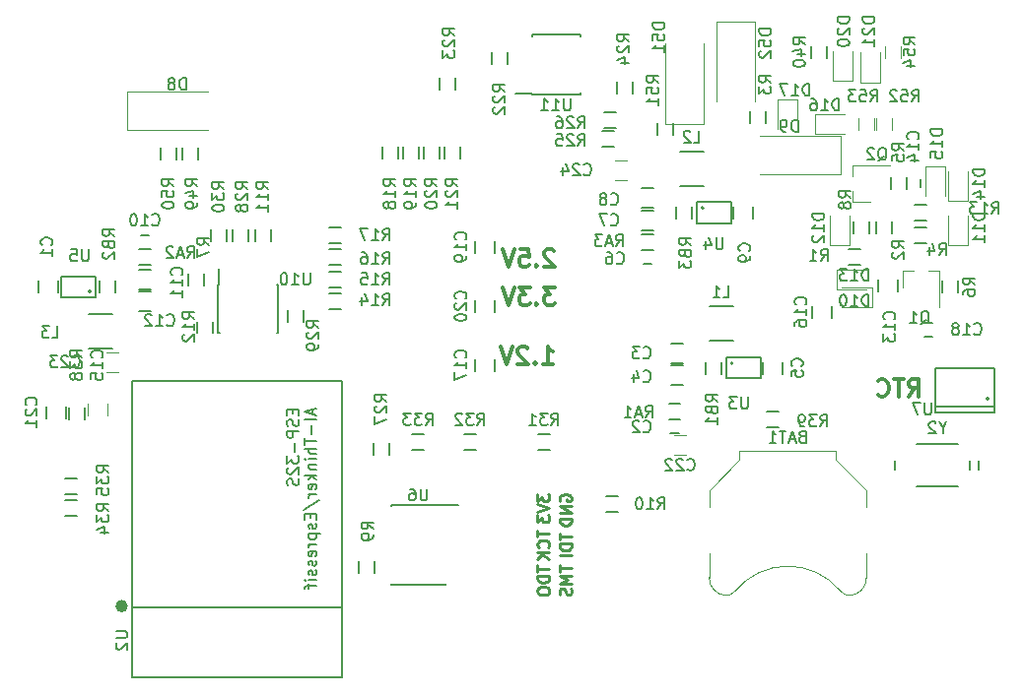
<source format=gbo>
G04 #@! TF.FileFunction,Legend,Bot*
%FSLAX46Y46*%
G04 Gerber Fmt 4.6, Leading zero omitted, Abs format (unit mm)*
G04 Created by KiCad (PCBNEW 4.0.7+dfsg1-1) date Wed Oct  4 23:58:25 2017*
%MOMM*%
%LPD*%
G01*
G04 APERTURE LIST*
%ADD10C,0.100000*%
%ADD11C,0.300000*%
%ADD12C,0.250000*%
%ADD13C,0.120000*%
%ADD14C,0.150000*%
%ADD15C,0.500000*%
%ADD16C,0.200000*%
G04 APERTURE END LIST*
D10*
D11*
X144502857Y-81823429D02*
X144431428Y-81752000D01*
X144288571Y-81680571D01*
X143931428Y-81680571D01*
X143788571Y-81752000D01*
X143717142Y-81823429D01*
X143645714Y-81966286D01*
X143645714Y-82109143D01*
X143717142Y-82323429D01*
X144574285Y-83180571D01*
X143645714Y-83180571D01*
X143002857Y-83037714D02*
X142931429Y-83109143D01*
X143002857Y-83180571D01*
X143074286Y-83109143D01*
X143002857Y-83037714D01*
X143002857Y-83180571D01*
X141574285Y-81680571D02*
X142288571Y-81680571D01*
X142360000Y-82394857D01*
X142288571Y-82323429D01*
X142145714Y-82252000D01*
X141788571Y-82252000D01*
X141645714Y-82323429D01*
X141574285Y-82394857D01*
X141502857Y-82537714D01*
X141502857Y-82894857D01*
X141574285Y-83037714D01*
X141645714Y-83109143D01*
X141788571Y-83180571D01*
X142145714Y-83180571D01*
X142288571Y-83109143D01*
X142360000Y-83037714D01*
X141074286Y-81680571D02*
X140574286Y-83180571D01*
X140074286Y-81680571D01*
X144574285Y-84982571D02*
X143645714Y-84982571D01*
X144145714Y-85554000D01*
X143931428Y-85554000D01*
X143788571Y-85625429D01*
X143717142Y-85696857D01*
X143645714Y-85839714D01*
X143645714Y-86196857D01*
X143717142Y-86339714D01*
X143788571Y-86411143D01*
X143931428Y-86482571D01*
X144360000Y-86482571D01*
X144502857Y-86411143D01*
X144574285Y-86339714D01*
X143002857Y-86339714D02*
X142931429Y-86411143D01*
X143002857Y-86482571D01*
X143074286Y-86411143D01*
X143002857Y-86339714D01*
X143002857Y-86482571D01*
X142431428Y-84982571D02*
X141502857Y-84982571D01*
X142002857Y-85554000D01*
X141788571Y-85554000D01*
X141645714Y-85625429D01*
X141574285Y-85696857D01*
X141502857Y-85839714D01*
X141502857Y-86196857D01*
X141574285Y-86339714D01*
X141645714Y-86411143D01*
X141788571Y-86482571D01*
X142217143Y-86482571D01*
X142360000Y-86411143D01*
X142431428Y-86339714D01*
X141074286Y-84982571D02*
X140574286Y-86482571D01*
X140074286Y-84982571D01*
X143518714Y-91562571D02*
X144375857Y-91562571D01*
X143947285Y-91562571D02*
X143947285Y-90062571D01*
X144090142Y-90276857D01*
X144233000Y-90419714D01*
X144375857Y-90491143D01*
X142875857Y-91419714D02*
X142804429Y-91491143D01*
X142875857Y-91562571D01*
X142947286Y-91491143D01*
X142875857Y-91419714D01*
X142875857Y-91562571D01*
X142233000Y-90205429D02*
X142161571Y-90134000D01*
X142018714Y-90062571D01*
X141661571Y-90062571D01*
X141518714Y-90134000D01*
X141447285Y-90205429D01*
X141375857Y-90348286D01*
X141375857Y-90491143D01*
X141447285Y-90705429D01*
X142304428Y-91562571D01*
X141375857Y-91562571D01*
X140947286Y-90062571D02*
X140447286Y-91562571D01*
X139947286Y-90062571D01*
D12*
X143082381Y-105854286D02*
X143082381Y-106425715D01*
X144082381Y-106140000D02*
X143082381Y-106140000D01*
X143987143Y-107330477D02*
X144034762Y-107282858D01*
X144082381Y-107140001D01*
X144082381Y-107044763D01*
X144034762Y-106901905D01*
X143939524Y-106806667D01*
X143844286Y-106759048D01*
X143653810Y-106711429D01*
X143510952Y-106711429D01*
X143320476Y-106759048D01*
X143225238Y-106806667D01*
X143130000Y-106901905D01*
X143082381Y-107044763D01*
X143082381Y-107140001D01*
X143130000Y-107282858D01*
X143177619Y-107330477D01*
X144082381Y-107759048D02*
X143082381Y-107759048D01*
X144082381Y-108330477D02*
X143510952Y-107901905D01*
X143082381Y-108330477D02*
X143653810Y-107759048D01*
X143082381Y-102726905D02*
X143082381Y-103345953D01*
X143463333Y-103012619D01*
X143463333Y-103155477D01*
X143510952Y-103250715D01*
X143558571Y-103298334D01*
X143653810Y-103345953D01*
X143891905Y-103345953D01*
X143987143Y-103298334D01*
X144034762Y-103250715D01*
X144082381Y-103155477D01*
X144082381Y-102869762D01*
X144034762Y-102774524D01*
X143987143Y-102726905D01*
X143082381Y-103631667D02*
X144082381Y-103965000D01*
X143082381Y-104298334D01*
X143082381Y-104536429D02*
X143082381Y-105155477D01*
X143463333Y-104822143D01*
X143463333Y-104965001D01*
X143510952Y-105060239D01*
X143558571Y-105107858D01*
X143653810Y-105155477D01*
X143891905Y-105155477D01*
X143987143Y-105107858D01*
X144034762Y-105060239D01*
X144082381Y-104965001D01*
X144082381Y-104679286D01*
X144034762Y-104584048D01*
X143987143Y-104536429D01*
X143082381Y-108878476D02*
X143082381Y-109449905D01*
X144082381Y-109164190D02*
X143082381Y-109164190D01*
X144082381Y-109783238D02*
X143082381Y-109783238D01*
X143082381Y-110021333D01*
X143130000Y-110164191D01*
X143225238Y-110259429D01*
X143320476Y-110307048D01*
X143510952Y-110354667D01*
X143653810Y-110354667D01*
X143844286Y-110307048D01*
X143939524Y-110259429D01*
X144034762Y-110164191D01*
X144082381Y-110021333D01*
X144082381Y-109783238D01*
X143082381Y-110973714D02*
X143082381Y-111164191D01*
X143130000Y-111259429D01*
X143225238Y-111354667D01*
X143415714Y-111402286D01*
X143749048Y-111402286D01*
X143939524Y-111354667D01*
X144034762Y-111259429D01*
X144082381Y-111164191D01*
X144082381Y-110973714D01*
X144034762Y-110878476D01*
X143939524Y-110783238D01*
X143749048Y-110735619D01*
X143415714Y-110735619D01*
X143225238Y-110783238D01*
X143130000Y-110878476D01*
X143082381Y-110973714D01*
X145035000Y-103330096D02*
X144987381Y-103234858D01*
X144987381Y-103092001D01*
X145035000Y-102949143D01*
X145130238Y-102853905D01*
X145225476Y-102806286D01*
X145415952Y-102758667D01*
X145558810Y-102758667D01*
X145749286Y-102806286D01*
X145844524Y-102853905D01*
X145939762Y-102949143D01*
X145987381Y-103092001D01*
X145987381Y-103187239D01*
X145939762Y-103330096D01*
X145892143Y-103377715D01*
X145558810Y-103377715D01*
X145558810Y-103187239D01*
X145987381Y-103806286D02*
X144987381Y-103806286D01*
X145987381Y-104377715D01*
X144987381Y-104377715D01*
X145987381Y-104853905D02*
X144987381Y-104853905D01*
X144987381Y-105092000D01*
X145035000Y-105234858D01*
X145130238Y-105330096D01*
X145225476Y-105377715D01*
X145415952Y-105425334D01*
X145558810Y-105425334D01*
X145749286Y-105377715D01*
X145844524Y-105330096D01*
X145939762Y-105234858D01*
X145987381Y-105092000D01*
X145987381Y-104853905D01*
X144987381Y-106116191D02*
X144987381Y-106687620D01*
X145987381Y-106401905D02*
X144987381Y-106401905D01*
X145987381Y-107020953D02*
X144987381Y-107020953D01*
X144987381Y-107259048D01*
X145035000Y-107401906D01*
X145130238Y-107497144D01*
X145225476Y-107544763D01*
X145415952Y-107592382D01*
X145558810Y-107592382D01*
X145749286Y-107544763D01*
X145844524Y-107497144D01*
X145939762Y-107401906D01*
X145987381Y-107259048D01*
X145987381Y-107020953D01*
X145987381Y-108020953D02*
X144987381Y-108020953D01*
X144987381Y-108854667D02*
X144987381Y-109426096D01*
X145987381Y-109140381D02*
X144987381Y-109140381D01*
X145987381Y-109759429D02*
X144987381Y-109759429D01*
X145701667Y-110092763D01*
X144987381Y-110426096D01*
X145987381Y-110426096D01*
X145939762Y-110854667D02*
X145987381Y-110997524D01*
X145987381Y-111235620D01*
X145939762Y-111330858D01*
X145892143Y-111378477D01*
X145796905Y-111426096D01*
X145701667Y-111426096D01*
X145606429Y-111378477D01*
X145558810Y-111330858D01*
X145511190Y-111235620D01*
X145463571Y-111045143D01*
X145415952Y-110949905D01*
X145368333Y-110902286D01*
X145273095Y-110854667D01*
X145177857Y-110854667D01*
X145082619Y-110902286D01*
X145035000Y-110949905D01*
X144987381Y-111045143D01*
X144987381Y-111283239D01*
X145035000Y-111426096D01*
D11*
X174967142Y-94356571D02*
X175467142Y-93642286D01*
X175824285Y-94356571D02*
X175824285Y-92856571D01*
X175252857Y-92856571D01*
X175109999Y-92928000D01*
X175038571Y-92999429D01*
X174967142Y-93142286D01*
X174967142Y-93356571D01*
X175038571Y-93499429D01*
X175109999Y-93570857D01*
X175252857Y-93642286D01*
X175824285Y-93642286D01*
X174538571Y-92856571D02*
X173681428Y-92856571D01*
X174109999Y-94356571D02*
X174109999Y-92856571D01*
X172324285Y-94213714D02*
X172395714Y-94285143D01*
X172610000Y-94356571D01*
X172752857Y-94356571D01*
X172967142Y-94285143D01*
X173110000Y-94142286D01*
X173181428Y-93999429D01*
X173252857Y-93713714D01*
X173252857Y-93499429D01*
X173181428Y-93213714D01*
X173110000Y-93070857D01*
X172967142Y-92928000D01*
X172752857Y-92856571D01*
X172610000Y-92856571D01*
X172395714Y-92928000D01*
X172324285Y-92999429D01*
D13*
X157345000Y-70900000D02*
X154045000Y-70900000D01*
X154045000Y-70900000D02*
X154045000Y-64000000D01*
X157345000Y-70900000D02*
X157345000Y-64000000D01*
D14*
X153369000Y-70826000D02*
X153369000Y-71826000D01*
X154719000Y-71826000D02*
X154719000Y-70826000D01*
X157870000Y-89565000D02*
X159870000Y-89565000D01*
X159870000Y-86615000D02*
X157870000Y-86615000D01*
X159886803Y-91500000D02*
G75*
G03X159886803Y-91500000I-111803J0D01*
G01*
X159275000Y-92800000D02*
X162275000Y-92800000D01*
X162275000Y-92800000D02*
X162275000Y-91000000D01*
X162275000Y-91000000D02*
X159275000Y-91000000D01*
X159275000Y-91000000D02*
X159275000Y-92800000D01*
X155330000Y-76230000D02*
X157330000Y-76230000D01*
X157330000Y-73280000D02*
X155330000Y-73280000D01*
X157346803Y-78135000D02*
G75*
G03X157346803Y-78135000I-111803J0D01*
G01*
X156735000Y-79435000D02*
X159735000Y-79435000D01*
X159735000Y-79435000D02*
X159735000Y-77635000D01*
X159735000Y-77635000D02*
X156735000Y-77635000D01*
X156735000Y-77635000D02*
X156735000Y-79435000D01*
X106530000Y-87250000D02*
X104530000Y-87250000D01*
X104530000Y-90200000D02*
X106530000Y-90200000D01*
X104736803Y-85315000D02*
G75*
G03X104736803Y-85315000I-111803J0D01*
G01*
X105125000Y-84015000D02*
X102125000Y-84015000D01*
X102125000Y-84015000D02*
X102125000Y-85815000D01*
X102125000Y-85815000D02*
X105125000Y-85815000D01*
X105125000Y-85815000D02*
X105125000Y-84015000D01*
X100235000Y-85415000D02*
X100235000Y-84415000D01*
X101935000Y-84415000D02*
X101935000Y-85415000D01*
X155560000Y-91480000D02*
X154560000Y-91480000D01*
X154560000Y-89780000D02*
X155560000Y-89780000D01*
X155560000Y-93385000D02*
X154560000Y-93385000D01*
X154560000Y-91685000D02*
X155560000Y-91685000D01*
X164165000Y-91400000D02*
X164165000Y-92400000D01*
X162465000Y-92400000D02*
X162465000Y-91400000D01*
X153020000Y-80050000D02*
X152020000Y-80050000D01*
X152020000Y-78350000D02*
X153020000Y-78350000D01*
X153020000Y-78145000D02*
X152020000Y-78145000D01*
X152020000Y-76445000D02*
X153020000Y-76445000D01*
X161625000Y-78065000D02*
X161625000Y-79065000D01*
X159925000Y-79065000D02*
X159925000Y-78065000D01*
X108840000Y-83430000D02*
X109840000Y-83430000D01*
X109840000Y-85130000D02*
X108840000Y-85130000D01*
X108840000Y-85335000D02*
X109840000Y-85335000D01*
X109840000Y-87035000D02*
X108840000Y-87035000D01*
X181857000Y-94567000D02*
G75*
G03X181857000Y-94567000I-127000J0D01*
G01*
X182365000Y-95202000D02*
X177285000Y-95202000D01*
X182365000Y-91900000D02*
X177285000Y-91900000D01*
X182365000Y-95710000D02*
X177285000Y-95710000D01*
X182365000Y-95710000D02*
X182365000Y-91900000D01*
X177285000Y-95710000D02*
X177285000Y-91900000D01*
X174071000Y-84288000D02*
X174071000Y-85288000D01*
X172371000Y-85288000D02*
X172371000Y-84288000D01*
D13*
X174435000Y-83520000D02*
X175365000Y-83520000D01*
X177595000Y-83520000D02*
X176665000Y-83520000D01*
X177595000Y-83520000D02*
X177595000Y-86680000D01*
X174435000Y-83520000D02*
X174435000Y-84980000D01*
X170175000Y-77605000D02*
X170175000Y-76675000D01*
X170175000Y-74445000D02*
X170175000Y-75375000D01*
X170175000Y-74445000D02*
X173335000Y-74445000D01*
X170175000Y-77605000D02*
X171635000Y-77605000D01*
D14*
X154510000Y-97510000D02*
X155210000Y-97510000D01*
X155210000Y-96310000D02*
X154510000Y-96310000D01*
X152170000Y-82975000D02*
X152870000Y-82975000D01*
X152870000Y-81775000D02*
X152170000Y-81775000D01*
X109690000Y-80505000D02*
X108990000Y-80505000D01*
X108990000Y-81705000D02*
X109690000Y-81705000D01*
X174780000Y-75675000D02*
X174780000Y-76375000D01*
X175980000Y-76375000D02*
X175980000Y-75675000D01*
X170800000Y-81700000D02*
X169800000Y-81700000D01*
X169800000Y-83050000D02*
X170800000Y-83050000D01*
X172165000Y-79335000D02*
X172165000Y-80335000D01*
X173515000Y-80335000D02*
X173515000Y-79335000D01*
X175515000Y-81145000D02*
X176515000Y-81145000D01*
X176515000Y-79795000D02*
X175515000Y-79795000D01*
X174785000Y-76525000D02*
X174785000Y-75525000D01*
X173435000Y-75525000D02*
X173435000Y-76525000D01*
X179230000Y-85415000D02*
X179230000Y-84415000D01*
X177880000Y-84415000D02*
X177880000Y-85415000D01*
X114460000Y-84780000D02*
X114460000Y-83780000D01*
X113110000Y-83780000D02*
X113110000Y-84780000D01*
X170260000Y-79335000D02*
X170260000Y-80335000D01*
X171610000Y-80335000D02*
X171610000Y-79335000D01*
X129065000Y-109545000D02*
X129065000Y-108545000D01*
X127715000Y-108545000D02*
X127715000Y-109545000D01*
X148972000Y-104259000D02*
X149972000Y-104259000D01*
X149972000Y-102909000D02*
X148972000Y-102909000D01*
X175515000Y-79240000D02*
X176515000Y-79240000D01*
X176515000Y-77890000D02*
X175515000Y-77890000D01*
X155360000Y-94965000D02*
X154360000Y-94965000D01*
X154360000Y-96315000D02*
X155360000Y-96315000D01*
X108840000Y-83050000D02*
X109840000Y-83050000D01*
X109840000Y-81700000D02*
X108840000Y-81700000D01*
X153020000Y-80430000D02*
X152020000Y-80430000D01*
X152020000Y-81780000D02*
X153020000Y-81780000D01*
X158910000Y-92400000D02*
X158910000Y-91400000D01*
X157560000Y-91400000D02*
X157560000Y-92400000D01*
X105490000Y-84415000D02*
X105490000Y-85415000D01*
X106840000Y-85415000D02*
X106840000Y-84415000D01*
X156370000Y-79065000D02*
X156370000Y-78065000D01*
X155020000Y-78065000D02*
X155020000Y-79065000D01*
X125182000Y-86860000D02*
X126182000Y-86860000D01*
X126182000Y-85510000D02*
X125182000Y-85510000D01*
X125182000Y-84954000D02*
X126182000Y-84954000D01*
X126182000Y-83604000D02*
X125182000Y-83604000D01*
X125182000Y-83050000D02*
X126182000Y-83050000D01*
X126182000Y-81700000D02*
X125182000Y-81700000D01*
X125182000Y-81145000D02*
X126182000Y-81145000D01*
X126182000Y-79795000D02*
X125182000Y-79795000D01*
X129747000Y-72858000D02*
X129747000Y-73858000D01*
X131097000Y-73858000D02*
X131097000Y-72858000D01*
X131525000Y-72858000D02*
X131525000Y-73858000D01*
X132875000Y-73858000D02*
X132875000Y-72858000D01*
X133303000Y-72858000D02*
X133303000Y-73858000D01*
X134653000Y-73858000D02*
X134653000Y-72858000D01*
X135081000Y-72858000D02*
X135081000Y-73858000D01*
X136431000Y-73858000D02*
X136431000Y-72858000D01*
X115655000Y-84745000D02*
X115705000Y-84745000D01*
X115655000Y-88895000D02*
X115800000Y-88895000D01*
X120805000Y-88895000D02*
X120660000Y-88895000D01*
X120805000Y-84745000D02*
X120660000Y-84745000D01*
X115655000Y-84745000D02*
X115655000Y-88895000D01*
X120805000Y-84745000D02*
X120805000Y-88895000D01*
X115705000Y-84745000D02*
X115705000Y-83345000D01*
X176300000Y-89198000D02*
X177000000Y-89198000D01*
X177000000Y-87998000D02*
X176300000Y-87998000D01*
X142605000Y-68375000D02*
X142605000Y-68325000D01*
X146755000Y-68375000D02*
X146755000Y-68230000D01*
X146755000Y-63225000D02*
X146755000Y-63370000D01*
X142605000Y-63225000D02*
X142605000Y-63370000D01*
X142605000Y-68375000D02*
X146755000Y-68375000D01*
X142605000Y-63225000D02*
X146755000Y-63225000D01*
X142605000Y-68325000D02*
X141205000Y-68325000D01*
D15*
X107638415Y-112384338D02*
G75*
G03X107638415Y-112384338I-283981J0D01*
G01*
D14*
X126260434Y-112530338D02*
X108260434Y-112530338D01*
X108260434Y-118530338D02*
X108260434Y-93030338D01*
X126260434Y-118530338D02*
X126260434Y-93030338D01*
X126260434Y-93030338D02*
X108260434Y-93030338D01*
X126260434Y-118530338D02*
X108260434Y-118530338D01*
X161370000Y-69810000D02*
X161370000Y-70810000D01*
X162720000Y-70810000D02*
X162720000Y-69810000D01*
X139145000Y-64730000D02*
X139145000Y-65730000D01*
X140495000Y-65730000D02*
X140495000Y-64730000D01*
X134700000Y-66932000D02*
X134700000Y-67932000D01*
X136050000Y-67932000D02*
X136050000Y-66932000D01*
X149940000Y-67270000D02*
X149940000Y-68270000D01*
X151290000Y-68270000D02*
X151290000Y-67270000D01*
X148675000Y-72890000D02*
X149675000Y-72890000D01*
X149675000Y-71540000D02*
X148675000Y-71540000D01*
X148780000Y-71275000D02*
X149780000Y-71275000D01*
X149780000Y-69925000D02*
X148780000Y-69925000D01*
X130510000Y-103690000D02*
X130510000Y-103790000D01*
X130510000Y-110515000D02*
X130510000Y-110490000D01*
X135160000Y-110515000D02*
X135160000Y-110490000D01*
X136235000Y-103690000D02*
X130510000Y-103690000D01*
X135160000Y-110515000D02*
X130510000Y-110515000D01*
X120175000Y-80970000D02*
X120175000Y-79970000D01*
X118825000Y-79970000D02*
X118825000Y-80970000D01*
X113805000Y-87900000D02*
X113805000Y-88900000D01*
X115155000Y-88900000D02*
X115155000Y-87900000D01*
X128985000Y-98385000D02*
X128985000Y-99385000D01*
X130335000Y-99385000D02*
X130335000Y-98385000D01*
X118270000Y-80970000D02*
X118270000Y-79970000D01*
X116920000Y-79970000D02*
X116920000Y-80970000D01*
X122955000Y-87900000D02*
X122955000Y-86900000D01*
X121605000Y-86900000D02*
X121605000Y-87900000D01*
X116365000Y-80970000D02*
X116365000Y-79970000D01*
X115015000Y-79970000D02*
X115015000Y-80970000D01*
X143130000Y-98925000D02*
X144130000Y-98925000D01*
X144130000Y-97575000D02*
X143130000Y-97575000D01*
X136780000Y-98925000D02*
X137780000Y-98925000D01*
X137780000Y-97575000D02*
X136780000Y-97575000D01*
X132335000Y-98925000D02*
X133335000Y-98925000D01*
X133335000Y-97575000D02*
X132335000Y-97575000D01*
X103490000Y-103290000D02*
X102490000Y-103290000D01*
X102490000Y-104640000D02*
X103490000Y-104640000D01*
X103490000Y-101385000D02*
X102490000Y-101385000D01*
X102490000Y-102735000D02*
X103490000Y-102735000D01*
X102823000Y-95294000D02*
X102823000Y-96294000D01*
X104173000Y-96294000D02*
X104173000Y-95294000D01*
X168356000Y-86574000D02*
X168356000Y-87574000D01*
X166656000Y-87574000D02*
X166656000Y-86574000D01*
X162815000Y-97020000D02*
X163815000Y-97020000D01*
X163815000Y-95670000D02*
X162815000Y-95670000D01*
X166577000Y-64222000D02*
X166577000Y-65222000D01*
X167927000Y-65222000D02*
X167927000Y-64222000D01*
X137700000Y-92146000D02*
X137700000Y-91146000D01*
X139400000Y-91146000D02*
X139400000Y-92146000D01*
X139400000Y-80986000D02*
X139400000Y-81986000D01*
X137700000Y-81986000D02*
X137700000Y-80986000D01*
X137700000Y-87066000D02*
X137700000Y-86066000D01*
X139400000Y-86066000D02*
X139400000Y-87066000D01*
X100870000Y-96210000D02*
X100870000Y-95210000D01*
X102570000Y-95210000D02*
X102570000Y-96210000D01*
X112602000Y-72985000D02*
X112602000Y-73985000D01*
X113952000Y-73985000D02*
X113952000Y-72985000D01*
X110697000Y-72985000D02*
X110697000Y-73985000D01*
X112047000Y-73985000D02*
X112047000Y-72985000D01*
D13*
X172160000Y-70445000D02*
X172160000Y-71445000D01*
X173520000Y-71445000D02*
X173520000Y-70445000D01*
X170636000Y-70445000D02*
X170636000Y-71445000D01*
X171996000Y-71445000D02*
X171996000Y-70445000D01*
X159170385Y-111454160D02*
G75*
G03X160085000Y-111070000I124615J984160D01*
G01*
X169999615Y-111454160D02*
G75*
G02X169085000Y-111070000I-124615J984160D01*
G01*
X160094339Y-111058671D02*
G75*
G02X169085000Y-111070000I4490661J-3711329D01*
G01*
X157835000Y-109920000D02*
G75*
G03X159285000Y-111470000I1500000J-50000D01*
G01*
X171335000Y-109920000D02*
G75*
G02X169885000Y-111470000I-1500000J-50000D01*
G01*
X157835000Y-107870000D02*
X157835000Y-109970000D01*
X171335000Y-107870000D02*
X171335000Y-109970000D01*
X171335000Y-103870000D02*
X171335000Y-102420000D01*
X171335000Y-102420000D02*
X168735000Y-99820000D01*
X168735000Y-99820000D02*
X168735000Y-99020000D01*
X168735000Y-99020000D02*
X160435000Y-99020000D01*
X160435000Y-99020000D02*
X160435000Y-99820000D01*
X160435000Y-99820000D02*
X157835000Y-102420000D01*
X157835000Y-102420000D02*
X157835000Y-103870000D01*
D14*
X173812000Y-99882000D02*
X173812000Y-100682000D01*
X179212000Y-98482000D02*
X175612000Y-98482000D01*
X179212000Y-102082000D02*
X175612000Y-102082000D01*
X180212000Y-99882000D02*
X180212000Y-100682000D01*
X181012000Y-99882000D02*
X181012000Y-100682000D01*
D13*
X176435000Y-74525000D02*
X178135000Y-74525000D01*
X178135000Y-74525000D02*
X178135000Y-77075000D01*
X176435000Y-74525000D02*
X176435000Y-77075000D01*
X106126000Y-94956000D02*
X106126000Y-95956000D01*
X104426000Y-95956000D02*
X104426000Y-94956000D01*
X168800000Y-85130000D02*
X168800000Y-83430000D01*
X168800000Y-83430000D02*
X171350000Y-83430000D01*
X168800000Y-85130000D02*
X171350000Y-85130000D01*
X180040000Y-81335000D02*
X178340000Y-81335000D01*
X178340000Y-81335000D02*
X178340000Y-78785000D01*
X180040000Y-81335000D02*
X180040000Y-78785000D01*
X169880000Y-81335000D02*
X168180000Y-81335000D01*
X168180000Y-81335000D02*
X168180000Y-78785000D01*
X169880000Y-81335000D02*
X169880000Y-78785000D01*
X171800000Y-84954000D02*
X171800000Y-86654000D01*
X171800000Y-86654000D02*
X169250000Y-86654000D01*
X171800000Y-84954000D02*
X169250000Y-84954000D01*
X180040000Y-77525000D02*
X178340000Y-77525000D01*
X178340000Y-77525000D02*
X178340000Y-74975000D01*
X180040000Y-77525000D02*
X180040000Y-74975000D01*
X166895000Y-71795000D02*
X166895000Y-70095000D01*
X166895000Y-70095000D02*
X169445000Y-70095000D01*
X166895000Y-71795000D02*
X169445000Y-71795000D01*
X163735000Y-68810000D02*
X165435000Y-68810000D01*
X165435000Y-68810000D02*
X165435000Y-71360000D01*
X163735000Y-68810000D02*
X163735000Y-71360000D01*
X170134000Y-67238000D02*
X168434000Y-67238000D01*
X168434000Y-67238000D02*
X168434000Y-64688000D01*
X170134000Y-67238000D02*
X170134000Y-64688000D01*
X172547000Y-67331000D02*
X170847000Y-67331000D01*
X170847000Y-67331000D02*
X170847000Y-64781000D01*
X172547000Y-67331000D02*
X172547000Y-64781000D01*
X107861000Y-71452000D02*
X107861000Y-68152000D01*
X107861000Y-68152000D02*
X114761000Y-68152000D01*
X107861000Y-71452000D02*
X114761000Y-71452000D01*
X169112000Y-71962000D02*
X169112000Y-75262000D01*
X169112000Y-75262000D02*
X162212000Y-75262000D01*
X169112000Y-71962000D02*
X162212000Y-71962000D01*
X158490000Y-62100000D02*
X161790000Y-62100000D01*
X161790000Y-62100000D02*
X161790000Y-69000000D01*
X158490000Y-62100000D02*
X158490000Y-69000000D01*
X155814000Y-99354000D02*
X154814000Y-99354000D01*
X154814000Y-97654000D02*
X155814000Y-97654000D01*
X106046000Y-90542000D02*
X107046000Y-90542000D01*
X107046000Y-92242000D02*
X106046000Y-92242000D01*
X149734000Y-74032000D02*
X150734000Y-74032000D01*
X150734000Y-75732000D02*
X149734000Y-75732000D01*
X172922000Y-64222000D02*
X172922000Y-65222000D01*
X174282000Y-65222000D02*
X174282000Y-64222000D01*
D14*
X153988381Y-62237714D02*
X152988381Y-62237714D01*
X152988381Y-62475809D01*
X153036000Y-62618667D01*
X153131238Y-62713905D01*
X153226476Y-62761524D01*
X153416952Y-62809143D01*
X153559810Y-62809143D01*
X153750286Y-62761524D01*
X153845524Y-62713905D01*
X153940762Y-62618667D01*
X153988381Y-62475809D01*
X153988381Y-62237714D01*
X152988381Y-63713905D02*
X152988381Y-63237714D01*
X153464571Y-63190095D01*
X153416952Y-63237714D01*
X153369333Y-63332952D01*
X153369333Y-63571048D01*
X153416952Y-63666286D01*
X153464571Y-63713905D01*
X153559810Y-63761524D01*
X153797905Y-63761524D01*
X153893143Y-63713905D01*
X153940762Y-63666286D01*
X153988381Y-63571048D01*
X153988381Y-63332952D01*
X153940762Y-63237714D01*
X153893143Y-63190095D01*
X153988381Y-64713905D02*
X153988381Y-64142476D01*
X153988381Y-64428190D02*
X152988381Y-64428190D01*
X153131238Y-64332952D01*
X153226476Y-64237714D01*
X153274095Y-64142476D01*
X153480381Y-67381143D02*
X153004190Y-67047809D01*
X153480381Y-66809714D02*
X152480381Y-66809714D01*
X152480381Y-67190667D01*
X152528000Y-67285905D01*
X152575619Y-67333524D01*
X152670857Y-67381143D01*
X152813714Y-67381143D01*
X152908952Y-67333524D01*
X152956571Y-67285905D01*
X153004190Y-67190667D01*
X153004190Y-66809714D01*
X152480381Y-68285905D02*
X152480381Y-67809714D01*
X152956571Y-67762095D01*
X152908952Y-67809714D01*
X152861333Y-67904952D01*
X152861333Y-68143048D01*
X152908952Y-68238286D01*
X152956571Y-68285905D01*
X153051810Y-68333524D01*
X153289905Y-68333524D01*
X153385143Y-68285905D01*
X153432762Y-68238286D01*
X153480381Y-68143048D01*
X153480381Y-67904952D01*
X153432762Y-67809714D01*
X153385143Y-67762095D01*
X153480381Y-69285905D02*
X153480381Y-68714476D01*
X153480381Y-69000190D02*
X152480381Y-69000190D01*
X152623238Y-68904952D01*
X152718476Y-68809714D01*
X152766095Y-68714476D01*
X159036666Y-85842381D02*
X159512857Y-85842381D01*
X159512857Y-84842381D01*
X158179523Y-85842381D02*
X158750952Y-85842381D01*
X158465238Y-85842381D02*
X158465238Y-84842381D01*
X158560476Y-84985238D01*
X158655714Y-85080476D01*
X158750952Y-85128095D01*
D16*
X161155905Y-94400381D02*
X161155905Y-95209905D01*
X161108286Y-95305143D01*
X161060667Y-95352762D01*
X160965429Y-95400381D01*
X160774952Y-95400381D01*
X160679714Y-95352762D01*
X160632095Y-95305143D01*
X160584476Y-95209905D01*
X160584476Y-94400381D01*
X160203524Y-94400381D02*
X159584476Y-94400381D01*
X159917810Y-94781333D01*
X159774952Y-94781333D01*
X159679714Y-94828952D01*
X159632095Y-94876571D01*
X159584476Y-94971810D01*
X159584476Y-95209905D01*
X159632095Y-95305143D01*
X159679714Y-95352762D01*
X159774952Y-95400381D01*
X160060667Y-95400381D01*
X160155905Y-95352762D01*
X160203524Y-95305143D01*
D14*
X156496666Y-72507381D02*
X156972857Y-72507381D01*
X156972857Y-71507381D01*
X156210952Y-71602619D02*
X156163333Y-71555000D01*
X156068095Y-71507381D01*
X155829999Y-71507381D01*
X155734761Y-71555000D01*
X155687142Y-71602619D01*
X155639523Y-71697857D01*
X155639523Y-71793095D01*
X155687142Y-71935952D01*
X156258571Y-72507381D01*
X155639523Y-72507381D01*
D16*
X158996905Y-80684381D02*
X158996905Y-81493905D01*
X158949286Y-81589143D01*
X158901667Y-81636762D01*
X158806429Y-81684381D01*
X158615952Y-81684381D01*
X158520714Y-81636762D01*
X158473095Y-81589143D01*
X158425476Y-81493905D01*
X158425476Y-80684381D01*
X157520714Y-81017714D02*
X157520714Y-81684381D01*
X157758810Y-80636762D02*
X157996905Y-81351048D01*
X157377857Y-81351048D01*
D14*
X101378666Y-89304381D02*
X101854857Y-89304381D01*
X101854857Y-88304381D01*
X101140571Y-88304381D02*
X100521523Y-88304381D01*
X100854857Y-88685333D01*
X100711999Y-88685333D01*
X100616761Y-88732952D01*
X100569142Y-88780571D01*
X100521523Y-88875810D01*
X100521523Y-89113905D01*
X100569142Y-89209143D01*
X100616761Y-89256762D01*
X100711999Y-89304381D01*
X100997714Y-89304381D01*
X101092952Y-89256762D01*
X101140571Y-89209143D01*
D16*
X104513905Y-81700381D02*
X104513905Y-82509905D01*
X104466286Y-82605143D01*
X104418667Y-82652762D01*
X104323429Y-82700381D01*
X104132952Y-82700381D01*
X104037714Y-82652762D01*
X103990095Y-82605143D01*
X103942476Y-82509905D01*
X103942476Y-81700381D01*
X102990095Y-81700381D02*
X103466286Y-81700381D01*
X103513905Y-82176571D01*
X103466286Y-82128952D01*
X103371048Y-82081333D01*
X103132952Y-82081333D01*
X103037714Y-82128952D01*
X102990095Y-82176571D01*
X102942476Y-82271810D01*
X102942476Y-82509905D01*
X102990095Y-82605143D01*
X103037714Y-82652762D01*
X103132952Y-82700381D01*
X103371048Y-82700381D01*
X103466286Y-82652762D01*
X103513905Y-82605143D01*
D14*
X101315143Y-81319334D02*
X101362762Y-81271715D01*
X101410381Y-81128858D01*
X101410381Y-81033620D01*
X101362762Y-80890762D01*
X101267524Y-80795524D01*
X101172286Y-80747905D01*
X100981810Y-80700286D01*
X100838952Y-80700286D01*
X100648476Y-80747905D01*
X100553238Y-80795524D01*
X100458000Y-80890762D01*
X100410381Y-81033620D01*
X100410381Y-81128858D01*
X100458000Y-81271715D01*
X100505619Y-81319334D01*
X101410381Y-82271715D02*
X101410381Y-81700286D01*
X101410381Y-81986000D02*
X100410381Y-81986000D01*
X100553238Y-81890762D01*
X100648476Y-81795524D01*
X100696095Y-81700286D01*
X152178666Y-90987143D02*
X152226285Y-91034762D01*
X152369142Y-91082381D01*
X152464380Y-91082381D01*
X152607238Y-91034762D01*
X152702476Y-90939524D01*
X152750095Y-90844286D01*
X152797714Y-90653810D01*
X152797714Y-90510952D01*
X152750095Y-90320476D01*
X152702476Y-90225238D01*
X152607238Y-90130000D01*
X152464380Y-90082381D01*
X152369142Y-90082381D01*
X152226285Y-90130000D01*
X152178666Y-90177619D01*
X151845333Y-90082381D02*
X151226285Y-90082381D01*
X151559619Y-90463333D01*
X151416761Y-90463333D01*
X151321523Y-90510952D01*
X151273904Y-90558571D01*
X151226285Y-90653810D01*
X151226285Y-90891905D01*
X151273904Y-90987143D01*
X151321523Y-91034762D01*
X151416761Y-91082381D01*
X151702476Y-91082381D01*
X151797714Y-91034762D01*
X151845333Y-90987143D01*
X152178666Y-93019143D02*
X152226285Y-93066762D01*
X152369142Y-93114381D01*
X152464380Y-93114381D01*
X152607238Y-93066762D01*
X152702476Y-92971524D01*
X152750095Y-92876286D01*
X152797714Y-92685810D01*
X152797714Y-92542952D01*
X152750095Y-92352476D01*
X152702476Y-92257238D01*
X152607238Y-92162000D01*
X152464380Y-92114381D01*
X152369142Y-92114381D01*
X152226285Y-92162000D01*
X152178666Y-92209619D01*
X151321523Y-92447714D02*
X151321523Y-93114381D01*
X151559619Y-92066762D02*
X151797714Y-92781048D01*
X151178666Y-92781048D01*
X165772143Y-91733334D02*
X165819762Y-91685715D01*
X165867381Y-91542858D01*
X165867381Y-91447620D01*
X165819762Y-91304762D01*
X165724524Y-91209524D01*
X165629286Y-91161905D01*
X165438810Y-91114286D01*
X165295952Y-91114286D01*
X165105476Y-91161905D01*
X165010238Y-91209524D01*
X164915000Y-91304762D01*
X164867381Y-91447620D01*
X164867381Y-91542858D01*
X164915000Y-91685715D01*
X164962619Y-91733334D01*
X164867381Y-92638096D02*
X164867381Y-92161905D01*
X165343571Y-92114286D01*
X165295952Y-92161905D01*
X165248333Y-92257143D01*
X165248333Y-92495239D01*
X165295952Y-92590477D01*
X165343571Y-92638096D01*
X165438810Y-92685715D01*
X165676905Y-92685715D01*
X165772143Y-92638096D01*
X165819762Y-92590477D01*
X165867381Y-92495239D01*
X165867381Y-92257143D01*
X165819762Y-92161905D01*
X165772143Y-92114286D01*
X149384666Y-79557143D02*
X149432285Y-79604762D01*
X149575142Y-79652381D01*
X149670380Y-79652381D01*
X149813238Y-79604762D01*
X149908476Y-79509524D01*
X149956095Y-79414286D01*
X150003714Y-79223810D01*
X150003714Y-79080952D01*
X149956095Y-78890476D01*
X149908476Y-78795238D01*
X149813238Y-78700000D01*
X149670380Y-78652381D01*
X149575142Y-78652381D01*
X149432285Y-78700000D01*
X149384666Y-78747619D01*
X149051333Y-78652381D02*
X148384666Y-78652381D01*
X148813238Y-79652381D01*
X149384666Y-77779143D02*
X149432285Y-77826762D01*
X149575142Y-77874381D01*
X149670380Y-77874381D01*
X149813238Y-77826762D01*
X149908476Y-77731524D01*
X149956095Y-77636286D01*
X150003714Y-77445810D01*
X150003714Y-77302952D01*
X149956095Y-77112476D01*
X149908476Y-77017238D01*
X149813238Y-76922000D01*
X149670380Y-76874381D01*
X149575142Y-76874381D01*
X149432285Y-76922000D01*
X149384666Y-76969619D01*
X148813238Y-77302952D02*
X148908476Y-77255333D01*
X148956095Y-77207714D01*
X149003714Y-77112476D01*
X149003714Y-77064857D01*
X148956095Y-76969619D01*
X148908476Y-76922000D01*
X148813238Y-76874381D01*
X148622761Y-76874381D01*
X148527523Y-76922000D01*
X148479904Y-76969619D01*
X148432285Y-77064857D01*
X148432285Y-77112476D01*
X148479904Y-77207714D01*
X148527523Y-77255333D01*
X148622761Y-77302952D01*
X148813238Y-77302952D01*
X148908476Y-77350571D01*
X148956095Y-77398190D01*
X149003714Y-77493429D01*
X149003714Y-77683905D01*
X148956095Y-77779143D01*
X148908476Y-77826762D01*
X148813238Y-77874381D01*
X148622761Y-77874381D01*
X148527523Y-77826762D01*
X148479904Y-77779143D01*
X148432285Y-77683905D01*
X148432285Y-77493429D01*
X148479904Y-77398190D01*
X148527523Y-77350571D01*
X148622761Y-77302952D01*
X161259143Y-81827334D02*
X161306762Y-81779715D01*
X161354381Y-81636858D01*
X161354381Y-81541620D01*
X161306762Y-81398762D01*
X161211524Y-81303524D01*
X161116286Y-81255905D01*
X160925810Y-81208286D01*
X160782952Y-81208286D01*
X160592476Y-81255905D01*
X160497238Y-81303524D01*
X160402000Y-81398762D01*
X160354381Y-81541620D01*
X160354381Y-81636858D01*
X160402000Y-81779715D01*
X160449619Y-81827334D01*
X161354381Y-82303524D02*
X161354381Y-82494000D01*
X161306762Y-82589239D01*
X161259143Y-82636858D01*
X161116286Y-82732096D01*
X160925810Y-82779715D01*
X160544857Y-82779715D01*
X160449619Y-82732096D01*
X160402000Y-82684477D01*
X160354381Y-82589239D01*
X160354381Y-82398762D01*
X160402000Y-82303524D01*
X160449619Y-82255905D01*
X160544857Y-82208286D01*
X160782952Y-82208286D01*
X160878190Y-82255905D01*
X160925810Y-82303524D01*
X160973429Y-82398762D01*
X160973429Y-82589239D01*
X160925810Y-82684477D01*
X160878190Y-82732096D01*
X160782952Y-82779715D01*
X112491143Y-83891143D02*
X112538762Y-83843524D01*
X112586381Y-83700667D01*
X112586381Y-83605429D01*
X112538762Y-83462571D01*
X112443524Y-83367333D01*
X112348286Y-83319714D01*
X112157810Y-83272095D01*
X112014952Y-83272095D01*
X111824476Y-83319714D01*
X111729238Y-83367333D01*
X111634000Y-83462571D01*
X111586381Y-83605429D01*
X111586381Y-83700667D01*
X111634000Y-83843524D01*
X111681619Y-83891143D01*
X112586381Y-84843524D02*
X112586381Y-84272095D01*
X112586381Y-84557809D02*
X111586381Y-84557809D01*
X111729238Y-84462571D01*
X111824476Y-84367333D01*
X111872095Y-84272095D01*
X112586381Y-85795905D02*
X112586381Y-85224476D01*
X112586381Y-85510190D02*
X111586381Y-85510190D01*
X111729238Y-85414952D01*
X111824476Y-85319714D01*
X111872095Y-85224476D01*
X111252857Y-88193143D02*
X111300476Y-88240762D01*
X111443333Y-88288381D01*
X111538571Y-88288381D01*
X111681429Y-88240762D01*
X111776667Y-88145524D01*
X111824286Y-88050286D01*
X111871905Y-87859810D01*
X111871905Y-87716952D01*
X111824286Y-87526476D01*
X111776667Y-87431238D01*
X111681429Y-87336000D01*
X111538571Y-87288381D01*
X111443333Y-87288381D01*
X111300476Y-87336000D01*
X111252857Y-87383619D01*
X110300476Y-88288381D02*
X110871905Y-88288381D01*
X110586191Y-88288381D02*
X110586191Y-87288381D01*
X110681429Y-87431238D01*
X110776667Y-87526476D01*
X110871905Y-87574095D01*
X109919524Y-87383619D02*
X109871905Y-87336000D01*
X109776667Y-87288381D01*
X109538571Y-87288381D01*
X109443333Y-87336000D01*
X109395714Y-87383619D01*
X109348095Y-87478857D01*
X109348095Y-87574095D01*
X109395714Y-87716952D01*
X109967143Y-88288381D01*
X109348095Y-88288381D01*
X176903905Y-94908381D02*
X176903905Y-95717905D01*
X176856286Y-95813143D01*
X176808667Y-95860762D01*
X176713429Y-95908381D01*
X176522952Y-95908381D01*
X176427714Y-95860762D01*
X176380095Y-95813143D01*
X176332476Y-95717905D01*
X176332476Y-94908381D01*
X175951524Y-94908381D02*
X175284857Y-94908381D01*
X175713429Y-95908381D01*
X173705143Y-87701143D02*
X173752762Y-87653524D01*
X173800381Y-87510667D01*
X173800381Y-87415429D01*
X173752762Y-87272571D01*
X173657524Y-87177333D01*
X173562286Y-87129714D01*
X173371810Y-87082095D01*
X173228952Y-87082095D01*
X173038476Y-87129714D01*
X172943238Y-87177333D01*
X172848000Y-87272571D01*
X172800381Y-87415429D01*
X172800381Y-87510667D01*
X172848000Y-87653524D01*
X172895619Y-87701143D01*
X173800381Y-88653524D02*
X173800381Y-88082095D01*
X173800381Y-88367809D02*
X172800381Y-88367809D01*
X172943238Y-88272571D01*
X173038476Y-88177333D01*
X173086095Y-88082095D01*
X172800381Y-88986857D02*
X172800381Y-89605905D01*
X173181333Y-89272571D01*
X173181333Y-89415429D01*
X173228952Y-89510667D01*
X173276571Y-89558286D01*
X173371810Y-89605905D01*
X173609905Y-89605905D01*
X173705143Y-89558286D01*
X173752762Y-89510667D01*
X173800381Y-89415429D01*
X173800381Y-89129714D01*
X173752762Y-89034476D01*
X173705143Y-88986857D01*
X175983238Y-88129619D02*
X176078476Y-88082000D01*
X176173714Y-87986762D01*
X176316571Y-87843905D01*
X176411810Y-87796286D01*
X176507048Y-87796286D01*
X176459429Y-88034381D02*
X176554667Y-87986762D01*
X176649905Y-87891524D01*
X176697524Y-87701048D01*
X176697524Y-87367714D01*
X176649905Y-87177238D01*
X176554667Y-87082000D01*
X176459429Y-87034381D01*
X176268952Y-87034381D01*
X176173714Y-87082000D01*
X176078476Y-87177238D01*
X176030857Y-87367714D01*
X176030857Y-87701048D01*
X176078476Y-87891524D01*
X176173714Y-87986762D01*
X176268952Y-88034381D01*
X176459429Y-88034381D01*
X175078476Y-88034381D02*
X175649905Y-88034381D01*
X175364191Y-88034381D02*
X175364191Y-87034381D01*
X175459429Y-87177238D01*
X175554667Y-87272476D01*
X175649905Y-87320095D01*
X172325238Y-74072619D02*
X172420476Y-74025000D01*
X172515714Y-73929762D01*
X172658571Y-73786905D01*
X172753810Y-73739286D01*
X172849048Y-73739286D01*
X172801429Y-73977381D02*
X172896667Y-73929762D01*
X172991905Y-73834524D01*
X173039524Y-73644048D01*
X173039524Y-73310714D01*
X172991905Y-73120238D01*
X172896667Y-73025000D01*
X172801429Y-72977381D01*
X172610952Y-72977381D01*
X172515714Y-73025000D01*
X172420476Y-73120238D01*
X172372857Y-73310714D01*
X172372857Y-73644048D01*
X172420476Y-73834524D01*
X172515714Y-73929762D01*
X172610952Y-73977381D01*
X172801429Y-73977381D01*
X171991905Y-73072619D02*
X171944286Y-73025000D01*
X171849048Y-72977381D01*
X171610952Y-72977381D01*
X171515714Y-73025000D01*
X171468095Y-73072619D01*
X171420476Y-73167857D01*
X171420476Y-73263095D01*
X171468095Y-73405952D01*
X172039524Y-73977381D01*
X171420476Y-73977381D01*
X152178666Y-97337143D02*
X152226285Y-97384762D01*
X152369142Y-97432381D01*
X152464380Y-97432381D01*
X152607238Y-97384762D01*
X152702476Y-97289524D01*
X152750095Y-97194286D01*
X152797714Y-97003810D01*
X152797714Y-96860952D01*
X152750095Y-96670476D01*
X152702476Y-96575238D01*
X152607238Y-96480000D01*
X152464380Y-96432381D01*
X152369142Y-96432381D01*
X152226285Y-96480000D01*
X152178666Y-96527619D01*
X151797714Y-96527619D02*
X151750095Y-96480000D01*
X151654857Y-96432381D01*
X151416761Y-96432381D01*
X151321523Y-96480000D01*
X151273904Y-96527619D01*
X151226285Y-96622857D01*
X151226285Y-96718095D01*
X151273904Y-96860952D01*
X151845333Y-97432381D01*
X151226285Y-97432381D01*
X149892666Y-82859143D02*
X149940285Y-82906762D01*
X150083142Y-82954381D01*
X150178380Y-82954381D01*
X150321238Y-82906762D01*
X150416476Y-82811524D01*
X150464095Y-82716286D01*
X150511714Y-82525810D01*
X150511714Y-82382952D01*
X150464095Y-82192476D01*
X150416476Y-82097238D01*
X150321238Y-82002000D01*
X150178380Y-81954381D01*
X150083142Y-81954381D01*
X149940285Y-82002000D01*
X149892666Y-82049619D01*
X149035523Y-81954381D02*
X149226000Y-81954381D01*
X149321238Y-82002000D01*
X149368857Y-82049619D01*
X149464095Y-82192476D01*
X149511714Y-82382952D01*
X149511714Y-82763905D01*
X149464095Y-82859143D01*
X149416476Y-82906762D01*
X149321238Y-82954381D01*
X149130761Y-82954381D01*
X149035523Y-82906762D01*
X148987904Y-82859143D01*
X148940285Y-82763905D01*
X148940285Y-82525810D01*
X148987904Y-82430571D01*
X149035523Y-82382952D01*
X149130761Y-82335333D01*
X149321238Y-82335333D01*
X149416476Y-82382952D01*
X149464095Y-82430571D01*
X149511714Y-82525810D01*
X109982857Y-79562143D02*
X110030476Y-79609762D01*
X110173333Y-79657381D01*
X110268571Y-79657381D01*
X110411429Y-79609762D01*
X110506667Y-79514524D01*
X110554286Y-79419286D01*
X110601905Y-79228810D01*
X110601905Y-79085952D01*
X110554286Y-78895476D01*
X110506667Y-78800238D01*
X110411429Y-78705000D01*
X110268571Y-78657381D01*
X110173333Y-78657381D01*
X110030476Y-78705000D01*
X109982857Y-78752619D01*
X109030476Y-79657381D02*
X109601905Y-79657381D01*
X109316191Y-79657381D02*
X109316191Y-78657381D01*
X109411429Y-78800238D01*
X109506667Y-78895476D01*
X109601905Y-78943095D01*
X108411429Y-78657381D02*
X108316190Y-78657381D01*
X108220952Y-78705000D01*
X108173333Y-78752619D01*
X108125714Y-78847857D01*
X108078095Y-79038333D01*
X108078095Y-79276429D01*
X108125714Y-79466905D01*
X108173333Y-79562143D01*
X108220952Y-79609762D01*
X108316190Y-79657381D01*
X108411429Y-79657381D01*
X108506667Y-79609762D01*
X108554286Y-79562143D01*
X108601905Y-79466905D01*
X108649524Y-79276429D01*
X108649524Y-79038333D01*
X108601905Y-78847857D01*
X108554286Y-78752619D01*
X108506667Y-78705000D01*
X108411429Y-78657381D01*
X175737143Y-72207143D02*
X175784762Y-72159524D01*
X175832381Y-72016667D01*
X175832381Y-71921429D01*
X175784762Y-71778571D01*
X175689524Y-71683333D01*
X175594286Y-71635714D01*
X175403810Y-71588095D01*
X175260952Y-71588095D01*
X175070476Y-71635714D01*
X174975238Y-71683333D01*
X174880000Y-71778571D01*
X174832381Y-71921429D01*
X174832381Y-72016667D01*
X174880000Y-72159524D01*
X174927619Y-72207143D01*
X175832381Y-73159524D02*
X175832381Y-72588095D01*
X175832381Y-72873809D02*
X174832381Y-72873809D01*
X174975238Y-72778571D01*
X175070476Y-72683333D01*
X175118095Y-72588095D01*
X175165714Y-74016667D02*
X175832381Y-74016667D01*
X174784762Y-73778571D02*
X175499048Y-73540476D01*
X175499048Y-74159524D01*
X167418666Y-82700381D02*
X167752000Y-82224190D01*
X167990095Y-82700381D02*
X167990095Y-81700381D01*
X167609142Y-81700381D01*
X167513904Y-81748000D01*
X167466285Y-81795619D01*
X167418666Y-81890857D01*
X167418666Y-82033714D01*
X167466285Y-82128952D01*
X167513904Y-82176571D01*
X167609142Y-82224190D01*
X167990095Y-82224190D01*
X166466285Y-82700381D02*
X167037714Y-82700381D01*
X166752000Y-82700381D02*
X166752000Y-81700381D01*
X166847238Y-81843238D01*
X166942476Y-81938476D01*
X167037714Y-81986095D01*
X174562381Y-81573334D02*
X174086190Y-81240000D01*
X174562381Y-81001905D02*
X173562381Y-81001905D01*
X173562381Y-81382858D01*
X173610000Y-81478096D01*
X173657619Y-81525715D01*
X173752857Y-81573334D01*
X173895714Y-81573334D01*
X173990952Y-81525715D01*
X174038571Y-81478096D01*
X174086190Y-81382858D01*
X174086190Y-81001905D01*
X173657619Y-81954286D02*
X173610000Y-82001905D01*
X173562381Y-82097143D01*
X173562381Y-82335239D01*
X173610000Y-82430477D01*
X173657619Y-82478096D01*
X173752857Y-82525715D01*
X173848095Y-82525715D01*
X173990952Y-82478096D01*
X174562381Y-81906667D01*
X174562381Y-82525715D01*
X177578666Y-82192381D02*
X177912000Y-81716190D01*
X178150095Y-82192381D02*
X178150095Y-81192381D01*
X177769142Y-81192381D01*
X177673904Y-81240000D01*
X177626285Y-81287619D01*
X177578666Y-81382857D01*
X177578666Y-81525714D01*
X177626285Y-81620952D01*
X177673904Y-81668571D01*
X177769142Y-81716190D01*
X178150095Y-81716190D01*
X176721523Y-81525714D02*
X176721523Y-82192381D01*
X176959619Y-81144762D02*
X177197714Y-81859048D01*
X176578666Y-81859048D01*
X174562381Y-73191334D02*
X174086190Y-72858000D01*
X174562381Y-72619905D02*
X173562381Y-72619905D01*
X173562381Y-73000858D01*
X173610000Y-73096096D01*
X173657619Y-73143715D01*
X173752857Y-73191334D01*
X173895714Y-73191334D01*
X173990952Y-73143715D01*
X174038571Y-73096096D01*
X174086190Y-73000858D01*
X174086190Y-72619905D01*
X173562381Y-74096096D02*
X173562381Y-73619905D01*
X174038571Y-73572286D01*
X173990952Y-73619905D01*
X173943333Y-73715143D01*
X173943333Y-73953239D01*
X173990952Y-74048477D01*
X174038571Y-74096096D01*
X174133810Y-74143715D01*
X174371905Y-74143715D01*
X174467143Y-74096096D01*
X174514762Y-74048477D01*
X174562381Y-73953239D01*
X174562381Y-73715143D01*
X174514762Y-73619905D01*
X174467143Y-73572286D01*
X180658381Y-84748334D02*
X180182190Y-84415000D01*
X180658381Y-84176905D02*
X179658381Y-84176905D01*
X179658381Y-84557858D01*
X179706000Y-84653096D01*
X179753619Y-84700715D01*
X179848857Y-84748334D01*
X179991714Y-84748334D01*
X180086952Y-84700715D01*
X180134571Y-84653096D01*
X180182190Y-84557858D01*
X180182190Y-84176905D01*
X179658381Y-85605477D02*
X179658381Y-85415000D01*
X179706000Y-85319762D01*
X179753619Y-85272143D01*
X179896476Y-85176905D01*
X180086952Y-85129286D01*
X180467905Y-85129286D01*
X180563143Y-85176905D01*
X180610762Y-85224524D01*
X180658381Y-85319762D01*
X180658381Y-85510239D01*
X180610762Y-85605477D01*
X180563143Y-85653096D01*
X180467905Y-85700715D01*
X180229810Y-85700715D01*
X180134571Y-85653096D01*
X180086952Y-85605477D01*
X180039333Y-85510239D01*
X180039333Y-85319762D01*
X180086952Y-85224524D01*
X180134571Y-85176905D01*
X180229810Y-85129286D01*
X114872381Y-81319334D02*
X114396190Y-80986000D01*
X114872381Y-80747905D02*
X113872381Y-80747905D01*
X113872381Y-81128858D01*
X113920000Y-81224096D01*
X113967619Y-81271715D01*
X114062857Y-81319334D01*
X114205714Y-81319334D01*
X114300952Y-81271715D01*
X114348571Y-81224096D01*
X114396190Y-81128858D01*
X114396190Y-80747905D01*
X113872381Y-81652667D02*
X113872381Y-82319334D01*
X114872381Y-81890762D01*
X169990381Y-77255334D02*
X169514190Y-76922000D01*
X169990381Y-76683905D02*
X168990381Y-76683905D01*
X168990381Y-77064858D01*
X169038000Y-77160096D01*
X169085619Y-77207715D01*
X169180857Y-77255334D01*
X169323714Y-77255334D01*
X169418952Y-77207715D01*
X169466571Y-77160096D01*
X169514190Y-77064858D01*
X169514190Y-76683905D01*
X169418952Y-77826762D02*
X169371333Y-77731524D01*
X169323714Y-77683905D01*
X169228476Y-77636286D01*
X169180857Y-77636286D01*
X169085619Y-77683905D01*
X169038000Y-77731524D01*
X168990381Y-77826762D01*
X168990381Y-78017239D01*
X169038000Y-78112477D01*
X169085619Y-78160096D01*
X169180857Y-78207715D01*
X169228476Y-78207715D01*
X169323714Y-78160096D01*
X169371333Y-78112477D01*
X169418952Y-78017239D01*
X169418952Y-77826762D01*
X169466571Y-77731524D01*
X169514190Y-77683905D01*
X169609429Y-77636286D01*
X169799905Y-77636286D01*
X169895143Y-77683905D01*
X169942762Y-77731524D01*
X169990381Y-77826762D01*
X169990381Y-78017239D01*
X169942762Y-78112477D01*
X169895143Y-78160096D01*
X169799905Y-78207715D01*
X169609429Y-78207715D01*
X169514190Y-78160096D01*
X169466571Y-78112477D01*
X169418952Y-78017239D01*
X128968381Y-105748334D02*
X128492190Y-105415000D01*
X128968381Y-105176905D02*
X127968381Y-105176905D01*
X127968381Y-105557858D01*
X128016000Y-105653096D01*
X128063619Y-105700715D01*
X128158857Y-105748334D01*
X128301714Y-105748334D01*
X128396952Y-105700715D01*
X128444571Y-105653096D01*
X128492190Y-105557858D01*
X128492190Y-105176905D01*
X128968381Y-106224524D02*
X128968381Y-106415000D01*
X128920762Y-106510239D01*
X128873143Y-106557858D01*
X128730286Y-106653096D01*
X128539810Y-106700715D01*
X128158857Y-106700715D01*
X128063619Y-106653096D01*
X128016000Y-106605477D01*
X127968381Y-106510239D01*
X127968381Y-106319762D01*
X128016000Y-106224524D01*
X128063619Y-106176905D01*
X128158857Y-106129286D01*
X128396952Y-106129286D01*
X128492190Y-106176905D01*
X128539810Y-106224524D01*
X128587429Y-106319762D01*
X128587429Y-106510239D01*
X128539810Y-106605477D01*
X128492190Y-106653096D01*
X128396952Y-106700715D01*
X153416857Y-104036381D02*
X153750191Y-103560190D01*
X153988286Y-104036381D02*
X153988286Y-103036381D01*
X153607333Y-103036381D01*
X153512095Y-103084000D01*
X153464476Y-103131619D01*
X153416857Y-103226857D01*
X153416857Y-103369714D01*
X153464476Y-103464952D01*
X153512095Y-103512571D01*
X153607333Y-103560190D01*
X153988286Y-103560190D01*
X152464476Y-104036381D02*
X153035905Y-104036381D01*
X152750191Y-104036381D02*
X152750191Y-103036381D01*
X152845429Y-103179238D01*
X152940667Y-103274476D01*
X153035905Y-103322095D01*
X151845429Y-103036381D02*
X151750190Y-103036381D01*
X151654952Y-103084000D01*
X151607333Y-103131619D01*
X151559714Y-103226857D01*
X151512095Y-103417333D01*
X151512095Y-103655429D01*
X151559714Y-103845905D01*
X151607333Y-103941143D01*
X151654952Y-103988762D01*
X151750190Y-104036381D01*
X151845429Y-104036381D01*
X151940667Y-103988762D01*
X151988286Y-103941143D01*
X152035905Y-103845905D01*
X152083524Y-103655429D01*
X152083524Y-103417333D01*
X152035905Y-103226857D01*
X151988286Y-103131619D01*
X151940667Y-103084000D01*
X151845429Y-103036381D01*
X182118857Y-78636381D02*
X182452191Y-78160190D01*
X182690286Y-78636381D02*
X182690286Y-77636381D01*
X182309333Y-77636381D01*
X182214095Y-77684000D01*
X182166476Y-77731619D01*
X182118857Y-77826857D01*
X182118857Y-77969714D01*
X182166476Y-78064952D01*
X182214095Y-78112571D01*
X182309333Y-78160190D01*
X182690286Y-78160190D01*
X181166476Y-78636381D02*
X181737905Y-78636381D01*
X181452191Y-78636381D02*
X181452191Y-77636381D01*
X181547429Y-77779238D01*
X181642667Y-77874476D01*
X181737905Y-77922095D01*
X180833143Y-77636381D02*
X180214095Y-77636381D01*
X180547429Y-78017333D01*
X180404571Y-78017333D01*
X180309333Y-78064952D01*
X180261714Y-78112571D01*
X180214095Y-78207810D01*
X180214095Y-78445905D01*
X180261714Y-78541143D01*
X180309333Y-78588762D01*
X180404571Y-78636381D01*
X180690286Y-78636381D01*
X180785524Y-78588762D01*
X180833143Y-78541143D01*
X152353238Y-96162381D02*
X152686572Y-95686190D01*
X152924667Y-96162381D02*
X152924667Y-95162381D01*
X152543714Y-95162381D01*
X152448476Y-95210000D01*
X152400857Y-95257619D01*
X152353238Y-95352857D01*
X152353238Y-95495714D01*
X152400857Y-95590952D01*
X152448476Y-95638571D01*
X152543714Y-95686190D01*
X152924667Y-95686190D01*
X151972286Y-95876667D02*
X151496095Y-95876667D01*
X152067524Y-96162381D02*
X151734191Y-95162381D01*
X151400857Y-96162381D01*
X150543714Y-96162381D02*
X151115143Y-96162381D01*
X150829429Y-96162381D02*
X150829429Y-95162381D01*
X150924667Y-95305238D01*
X151019905Y-95400476D01*
X151115143Y-95448095D01*
X112983238Y-82446381D02*
X113316572Y-81970190D01*
X113554667Y-82446381D02*
X113554667Y-81446381D01*
X113173714Y-81446381D01*
X113078476Y-81494000D01*
X113030857Y-81541619D01*
X112983238Y-81636857D01*
X112983238Y-81779714D01*
X113030857Y-81874952D01*
X113078476Y-81922571D01*
X113173714Y-81970190D01*
X113554667Y-81970190D01*
X112602286Y-82160667D02*
X112126095Y-82160667D01*
X112697524Y-82446381D02*
X112364191Y-81446381D01*
X112030857Y-82446381D01*
X111745143Y-81541619D02*
X111697524Y-81494000D01*
X111602286Y-81446381D01*
X111364190Y-81446381D01*
X111268952Y-81494000D01*
X111221333Y-81541619D01*
X111173714Y-81636857D01*
X111173714Y-81732095D01*
X111221333Y-81874952D01*
X111792762Y-82446381D01*
X111173714Y-82446381D01*
X149813238Y-81430381D02*
X150146572Y-80954190D01*
X150384667Y-81430381D02*
X150384667Y-80430381D01*
X150003714Y-80430381D01*
X149908476Y-80478000D01*
X149860857Y-80525619D01*
X149813238Y-80620857D01*
X149813238Y-80763714D01*
X149860857Y-80858952D01*
X149908476Y-80906571D01*
X150003714Y-80954190D01*
X150384667Y-80954190D01*
X149432286Y-81144667D02*
X148956095Y-81144667D01*
X149527524Y-81430381D02*
X149194191Y-80430381D01*
X148860857Y-81430381D01*
X148622762Y-80430381D02*
X148003714Y-80430381D01*
X148337048Y-80811333D01*
X148194190Y-80811333D01*
X148098952Y-80858952D01*
X148051333Y-80906571D01*
X148003714Y-81001810D01*
X148003714Y-81239905D01*
X148051333Y-81335143D01*
X148098952Y-81382762D01*
X148194190Y-81430381D01*
X148479905Y-81430381D01*
X148575143Y-81382762D01*
X148622762Y-81335143D01*
X158560381Y-94789334D02*
X158084190Y-94456000D01*
X158560381Y-94217905D02*
X157560381Y-94217905D01*
X157560381Y-94598858D01*
X157608000Y-94694096D01*
X157655619Y-94741715D01*
X157750857Y-94789334D01*
X157893714Y-94789334D01*
X157988952Y-94741715D01*
X158036571Y-94694096D01*
X158084190Y-94598858D01*
X158084190Y-94217905D01*
X158036571Y-95551239D02*
X158084190Y-95694096D01*
X158131810Y-95741715D01*
X158227048Y-95789334D01*
X158369905Y-95789334D01*
X158465143Y-95741715D01*
X158512762Y-95694096D01*
X158560381Y-95598858D01*
X158560381Y-95217905D01*
X157560381Y-95217905D01*
X157560381Y-95551239D01*
X157608000Y-95646477D01*
X157655619Y-95694096D01*
X157750857Y-95741715D01*
X157846095Y-95741715D01*
X157941333Y-95694096D01*
X157988952Y-95646477D01*
X158036571Y-95551239D01*
X158036571Y-95217905D01*
X158560381Y-96741715D02*
X158560381Y-96170286D01*
X158560381Y-96456000D02*
X157560381Y-96456000D01*
X157703238Y-96360762D01*
X157798476Y-96265524D01*
X157846095Y-96170286D01*
X106744381Y-80565334D02*
X106268190Y-80232000D01*
X106744381Y-79993905D02*
X105744381Y-79993905D01*
X105744381Y-80374858D01*
X105792000Y-80470096D01*
X105839619Y-80517715D01*
X105934857Y-80565334D01*
X106077714Y-80565334D01*
X106172952Y-80517715D01*
X106220571Y-80470096D01*
X106268190Y-80374858D01*
X106268190Y-79993905D01*
X106220571Y-81327239D02*
X106268190Y-81470096D01*
X106315810Y-81517715D01*
X106411048Y-81565334D01*
X106553905Y-81565334D01*
X106649143Y-81517715D01*
X106696762Y-81470096D01*
X106744381Y-81374858D01*
X106744381Y-80993905D01*
X105744381Y-80993905D01*
X105744381Y-81327239D01*
X105792000Y-81422477D01*
X105839619Y-81470096D01*
X105934857Y-81517715D01*
X106030095Y-81517715D01*
X106125333Y-81470096D01*
X106172952Y-81422477D01*
X106220571Y-81327239D01*
X106220571Y-80993905D01*
X105839619Y-81946286D02*
X105792000Y-81993905D01*
X105744381Y-82089143D01*
X105744381Y-82327239D01*
X105792000Y-82422477D01*
X105839619Y-82470096D01*
X105934857Y-82517715D01*
X106030095Y-82517715D01*
X106172952Y-82470096D01*
X106744381Y-81898667D01*
X106744381Y-82517715D01*
X156274381Y-81327334D02*
X155798190Y-80994000D01*
X156274381Y-80755905D02*
X155274381Y-80755905D01*
X155274381Y-81136858D01*
X155322000Y-81232096D01*
X155369619Y-81279715D01*
X155464857Y-81327334D01*
X155607714Y-81327334D01*
X155702952Y-81279715D01*
X155750571Y-81232096D01*
X155798190Y-81136858D01*
X155798190Y-80755905D01*
X155750571Y-82089239D02*
X155798190Y-82232096D01*
X155845810Y-82279715D01*
X155941048Y-82327334D01*
X156083905Y-82327334D01*
X156179143Y-82279715D01*
X156226762Y-82232096D01*
X156274381Y-82136858D01*
X156274381Y-81755905D01*
X155274381Y-81755905D01*
X155274381Y-82089239D01*
X155322000Y-82184477D01*
X155369619Y-82232096D01*
X155464857Y-82279715D01*
X155560095Y-82279715D01*
X155655333Y-82232096D01*
X155702952Y-82184477D01*
X155750571Y-82089239D01*
X155750571Y-81755905D01*
X155274381Y-82660667D02*
X155274381Y-83279715D01*
X155655333Y-82946381D01*
X155655333Y-83089239D01*
X155702952Y-83184477D01*
X155750571Y-83232096D01*
X155845810Y-83279715D01*
X156083905Y-83279715D01*
X156179143Y-83232096D01*
X156226762Y-83184477D01*
X156274381Y-83089239D01*
X156274381Y-82803524D01*
X156226762Y-82708286D01*
X156179143Y-82660667D01*
X129794857Y-86510381D02*
X130128191Y-86034190D01*
X130366286Y-86510381D02*
X130366286Y-85510381D01*
X129985333Y-85510381D01*
X129890095Y-85558000D01*
X129842476Y-85605619D01*
X129794857Y-85700857D01*
X129794857Y-85843714D01*
X129842476Y-85938952D01*
X129890095Y-85986571D01*
X129985333Y-86034190D01*
X130366286Y-86034190D01*
X128842476Y-86510381D02*
X129413905Y-86510381D01*
X129128191Y-86510381D02*
X129128191Y-85510381D01*
X129223429Y-85653238D01*
X129318667Y-85748476D01*
X129413905Y-85796095D01*
X127985333Y-85843714D02*
X127985333Y-86510381D01*
X128223429Y-85462762D02*
X128461524Y-86177048D01*
X127842476Y-86177048D01*
X129794857Y-84732381D02*
X130128191Y-84256190D01*
X130366286Y-84732381D02*
X130366286Y-83732381D01*
X129985333Y-83732381D01*
X129890095Y-83780000D01*
X129842476Y-83827619D01*
X129794857Y-83922857D01*
X129794857Y-84065714D01*
X129842476Y-84160952D01*
X129890095Y-84208571D01*
X129985333Y-84256190D01*
X130366286Y-84256190D01*
X128842476Y-84732381D02*
X129413905Y-84732381D01*
X129128191Y-84732381D02*
X129128191Y-83732381D01*
X129223429Y-83875238D01*
X129318667Y-83970476D01*
X129413905Y-84018095D01*
X127937714Y-83732381D02*
X128413905Y-83732381D01*
X128461524Y-84208571D01*
X128413905Y-84160952D01*
X128318667Y-84113333D01*
X128080571Y-84113333D01*
X127985333Y-84160952D01*
X127937714Y-84208571D01*
X127890095Y-84303810D01*
X127890095Y-84541905D01*
X127937714Y-84637143D01*
X127985333Y-84684762D01*
X128080571Y-84732381D01*
X128318667Y-84732381D01*
X128413905Y-84684762D01*
X128461524Y-84637143D01*
X129794857Y-82954381D02*
X130128191Y-82478190D01*
X130366286Y-82954381D02*
X130366286Y-81954381D01*
X129985333Y-81954381D01*
X129890095Y-82002000D01*
X129842476Y-82049619D01*
X129794857Y-82144857D01*
X129794857Y-82287714D01*
X129842476Y-82382952D01*
X129890095Y-82430571D01*
X129985333Y-82478190D01*
X130366286Y-82478190D01*
X128842476Y-82954381D02*
X129413905Y-82954381D01*
X129128191Y-82954381D02*
X129128191Y-81954381D01*
X129223429Y-82097238D01*
X129318667Y-82192476D01*
X129413905Y-82240095D01*
X127985333Y-81954381D02*
X128175810Y-81954381D01*
X128271048Y-82002000D01*
X128318667Y-82049619D01*
X128413905Y-82192476D01*
X128461524Y-82382952D01*
X128461524Y-82763905D01*
X128413905Y-82859143D01*
X128366286Y-82906762D01*
X128271048Y-82954381D01*
X128080571Y-82954381D01*
X127985333Y-82906762D01*
X127937714Y-82859143D01*
X127890095Y-82763905D01*
X127890095Y-82525810D01*
X127937714Y-82430571D01*
X127985333Y-82382952D01*
X128080571Y-82335333D01*
X128271048Y-82335333D01*
X128366286Y-82382952D01*
X128413905Y-82430571D01*
X128461524Y-82525810D01*
X129794857Y-80922381D02*
X130128191Y-80446190D01*
X130366286Y-80922381D02*
X130366286Y-79922381D01*
X129985333Y-79922381D01*
X129890095Y-79970000D01*
X129842476Y-80017619D01*
X129794857Y-80112857D01*
X129794857Y-80255714D01*
X129842476Y-80350952D01*
X129890095Y-80398571D01*
X129985333Y-80446190D01*
X130366286Y-80446190D01*
X128842476Y-80922381D02*
X129413905Y-80922381D01*
X129128191Y-80922381D02*
X129128191Y-79922381D01*
X129223429Y-80065238D01*
X129318667Y-80160476D01*
X129413905Y-80208095D01*
X128509143Y-79922381D02*
X127842476Y-79922381D01*
X128271048Y-80922381D01*
X130874381Y-76271143D02*
X130398190Y-75937809D01*
X130874381Y-75699714D02*
X129874381Y-75699714D01*
X129874381Y-76080667D01*
X129922000Y-76175905D01*
X129969619Y-76223524D01*
X130064857Y-76271143D01*
X130207714Y-76271143D01*
X130302952Y-76223524D01*
X130350571Y-76175905D01*
X130398190Y-76080667D01*
X130398190Y-75699714D01*
X130874381Y-77223524D02*
X130874381Y-76652095D01*
X130874381Y-76937809D02*
X129874381Y-76937809D01*
X130017238Y-76842571D01*
X130112476Y-76747333D01*
X130160095Y-76652095D01*
X130302952Y-77794952D02*
X130255333Y-77699714D01*
X130207714Y-77652095D01*
X130112476Y-77604476D01*
X130064857Y-77604476D01*
X129969619Y-77652095D01*
X129922000Y-77699714D01*
X129874381Y-77794952D01*
X129874381Y-77985429D01*
X129922000Y-78080667D01*
X129969619Y-78128286D01*
X130064857Y-78175905D01*
X130112476Y-78175905D01*
X130207714Y-78128286D01*
X130255333Y-78080667D01*
X130302952Y-77985429D01*
X130302952Y-77794952D01*
X130350571Y-77699714D01*
X130398190Y-77652095D01*
X130493429Y-77604476D01*
X130683905Y-77604476D01*
X130779143Y-77652095D01*
X130826762Y-77699714D01*
X130874381Y-77794952D01*
X130874381Y-77985429D01*
X130826762Y-78080667D01*
X130779143Y-78128286D01*
X130683905Y-78175905D01*
X130493429Y-78175905D01*
X130398190Y-78128286D01*
X130350571Y-78080667D01*
X130302952Y-77985429D01*
X132652381Y-76271143D02*
X132176190Y-75937809D01*
X132652381Y-75699714D02*
X131652381Y-75699714D01*
X131652381Y-76080667D01*
X131700000Y-76175905D01*
X131747619Y-76223524D01*
X131842857Y-76271143D01*
X131985714Y-76271143D01*
X132080952Y-76223524D01*
X132128571Y-76175905D01*
X132176190Y-76080667D01*
X132176190Y-75699714D01*
X132652381Y-77223524D02*
X132652381Y-76652095D01*
X132652381Y-76937809D02*
X131652381Y-76937809D01*
X131795238Y-76842571D01*
X131890476Y-76747333D01*
X131938095Y-76652095D01*
X132652381Y-77699714D02*
X132652381Y-77890190D01*
X132604762Y-77985429D01*
X132557143Y-78033048D01*
X132414286Y-78128286D01*
X132223810Y-78175905D01*
X131842857Y-78175905D01*
X131747619Y-78128286D01*
X131700000Y-78080667D01*
X131652381Y-77985429D01*
X131652381Y-77794952D01*
X131700000Y-77699714D01*
X131747619Y-77652095D01*
X131842857Y-77604476D01*
X132080952Y-77604476D01*
X132176190Y-77652095D01*
X132223810Y-77699714D01*
X132271429Y-77794952D01*
X132271429Y-77985429D01*
X132223810Y-78080667D01*
X132176190Y-78128286D01*
X132080952Y-78175905D01*
X134430381Y-76271143D02*
X133954190Y-75937809D01*
X134430381Y-75699714D02*
X133430381Y-75699714D01*
X133430381Y-76080667D01*
X133478000Y-76175905D01*
X133525619Y-76223524D01*
X133620857Y-76271143D01*
X133763714Y-76271143D01*
X133858952Y-76223524D01*
X133906571Y-76175905D01*
X133954190Y-76080667D01*
X133954190Y-75699714D01*
X133525619Y-76652095D02*
X133478000Y-76699714D01*
X133430381Y-76794952D01*
X133430381Y-77033048D01*
X133478000Y-77128286D01*
X133525619Y-77175905D01*
X133620857Y-77223524D01*
X133716095Y-77223524D01*
X133858952Y-77175905D01*
X134430381Y-76604476D01*
X134430381Y-77223524D01*
X133430381Y-77842571D02*
X133430381Y-77937810D01*
X133478000Y-78033048D01*
X133525619Y-78080667D01*
X133620857Y-78128286D01*
X133811333Y-78175905D01*
X134049429Y-78175905D01*
X134239905Y-78128286D01*
X134335143Y-78080667D01*
X134382762Y-78033048D01*
X134430381Y-77937810D01*
X134430381Y-77842571D01*
X134382762Y-77747333D01*
X134335143Y-77699714D01*
X134239905Y-77652095D01*
X134049429Y-77604476D01*
X133811333Y-77604476D01*
X133620857Y-77652095D01*
X133525619Y-77699714D01*
X133478000Y-77747333D01*
X133430381Y-77842571D01*
X136208381Y-76271143D02*
X135732190Y-75937809D01*
X136208381Y-75699714D02*
X135208381Y-75699714D01*
X135208381Y-76080667D01*
X135256000Y-76175905D01*
X135303619Y-76223524D01*
X135398857Y-76271143D01*
X135541714Y-76271143D01*
X135636952Y-76223524D01*
X135684571Y-76175905D01*
X135732190Y-76080667D01*
X135732190Y-75699714D01*
X135303619Y-76652095D02*
X135256000Y-76699714D01*
X135208381Y-76794952D01*
X135208381Y-77033048D01*
X135256000Y-77128286D01*
X135303619Y-77175905D01*
X135398857Y-77223524D01*
X135494095Y-77223524D01*
X135636952Y-77175905D01*
X136208381Y-76604476D01*
X136208381Y-77223524D01*
X136208381Y-78175905D02*
X136208381Y-77604476D01*
X136208381Y-77890190D02*
X135208381Y-77890190D01*
X135351238Y-77794952D01*
X135446476Y-77699714D01*
X135494095Y-77604476D01*
X123532095Y-83732381D02*
X123532095Y-84541905D01*
X123484476Y-84637143D01*
X123436857Y-84684762D01*
X123341619Y-84732381D01*
X123151142Y-84732381D01*
X123055904Y-84684762D01*
X123008285Y-84637143D01*
X122960666Y-84541905D01*
X122960666Y-83732381D01*
X121960666Y-84732381D02*
X122532095Y-84732381D01*
X122246381Y-84732381D02*
X122246381Y-83732381D01*
X122341619Y-83875238D01*
X122436857Y-83970476D01*
X122532095Y-84018095D01*
X121341619Y-83732381D02*
X121246380Y-83732381D01*
X121151142Y-83780000D01*
X121103523Y-83827619D01*
X121055904Y-83922857D01*
X121008285Y-84113333D01*
X121008285Y-84351429D01*
X121055904Y-84541905D01*
X121103523Y-84637143D01*
X121151142Y-84684762D01*
X121246380Y-84732381D01*
X121341619Y-84732381D01*
X121436857Y-84684762D01*
X121484476Y-84637143D01*
X121532095Y-84541905D01*
X121579714Y-84351429D01*
X121579714Y-84113333D01*
X121532095Y-83922857D01*
X121484476Y-83827619D01*
X121436857Y-83780000D01*
X121341619Y-83732381D01*
X180594857Y-88955143D02*
X180642476Y-89002762D01*
X180785333Y-89050381D01*
X180880571Y-89050381D01*
X181023429Y-89002762D01*
X181118667Y-88907524D01*
X181166286Y-88812286D01*
X181213905Y-88621810D01*
X181213905Y-88478952D01*
X181166286Y-88288476D01*
X181118667Y-88193238D01*
X181023429Y-88098000D01*
X180880571Y-88050381D01*
X180785333Y-88050381D01*
X180642476Y-88098000D01*
X180594857Y-88145619D01*
X179642476Y-89050381D02*
X180213905Y-89050381D01*
X179928191Y-89050381D02*
X179928191Y-88050381D01*
X180023429Y-88193238D01*
X180118667Y-88288476D01*
X180213905Y-88336095D01*
X179071048Y-88478952D02*
X179166286Y-88431333D01*
X179213905Y-88383714D01*
X179261524Y-88288476D01*
X179261524Y-88240857D01*
X179213905Y-88145619D01*
X179166286Y-88098000D01*
X179071048Y-88050381D01*
X178880571Y-88050381D01*
X178785333Y-88098000D01*
X178737714Y-88145619D01*
X178690095Y-88240857D01*
X178690095Y-88288476D01*
X178737714Y-88383714D01*
X178785333Y-88431333D01*
X178880571Y-88478952D01*
X179071048Y-88478952D01*
X179166286Y-88526571D01*
X179213905Y-88574190D01*
X179261524Y-88669429D01*
X179261524Y-88859905D01*
X179213905Y-88955143D01*
X179166286Y-89002762D01*
X179071048Y-89050381D01*
X178880571Y-89050381D01*
X178785333Y-89002762D01*
X178737714Y-88955143D01*
X178690095Y-88859905D01*
X178690095Y-88669429D01*
X178737714Y-88574190D01*
X178785333Y-88526571D01*
X178880571Y-88478952D01*
X145918095Y-68752381D02*
X145918095Y-69561905D01*
X145870476Y-69657143D01*
X145822857Y-69704762D01*
X145727619Y-69752381D01*
X145537142Y-69752381D01*
X145441904Y-69704762D01*
X145394285Y-69657143D01*
X145346666Y-69561905D01*
X145346666Y-68752381D01*
X144346666Y-69752381D02*
X144918095Y-69752381D01*
X144632381Y-69752381D02*
X144632381Y-68752381D01*
X144727619Y-68895238D01*
X144822857Y-68990476D01*
X144918095Y-69038095D01*
X143394285Y-69752381D02*
X143965714Y-69752381D01*
X143680000Y-69752381D02*
X143680000Y-68752381D01*
X143775238Y-68895238D01*
X143870476Y-68990476D01*
X143965714Y-69038095D01*
X106865381Y-114551095D02*
X107674905Y-114551095D01*
X107770143Y-114598714D01*
X107817762Y-114646333D01*
X107865381Y-114741571D01*
X107865381Y-114932048D01*
X107817762Y-115027286D01*
X107770143Y-115074905D01*
X107674905Y-115122524D01*
X106865381Y-115122524D01*
X106960619Y-115551095D02*
X106913000Y-115598714D01*
X106865381Y-115693952D01*
X106865381Y-115932048D01*
X106913000Y-116027286D01*
X106960619Y-116074905D01*
X107055857Y-116122524D01*
X107151095Y-116122524D01*
X107293952Y-116074905D01*
X107865381Y-115503476D01*
X107865381Y-116122524D01*
X123779667Y-95446333D02*
X123779667Y-95922524D01*
X124065381Y-95351095D02*
X123065381Y-95684428D01*
X124065381Y-96017762D01*
X124065381Y-96351095D02*
X123065381Y-96351095D01*
X123684429Y-96827285D02*
X123684429Y-97589190D01*
X123065381Y-97922523D02*
X123065381Y-98493952D01*
X124065381Y-98208237D02*
X123065381Y-98208237D01*
X124065381Y-98827285D02*
X123065381Y-98827285D01*
X124065381Y-99255857D02*
X123541571Y-99255857D01*
X123446333Y-99208238D01*
X123398714Y-99113000D01*
X123398714Y-98970142D01*
X123446333Y-98874904D01*
X123493952Y-98827285D01*
X124065381Y-99732047D02*
X123398714Y-99732047D01*
X123065381Y-99732047D02*
X123113000Y-99684428D01*
X123160619Y-99732047D01*
X123113000Y-99779666D01*
X123065381Y-99732047D01*
X123160619Y-99732047D01*
X123398714Y-100208237D02*
X124065381Y-100208237D01*
X123493952Y-100208237D02*
X123446333Y-100255856D01*
X123398714Y-100351094D01*
X123398714Y-100493952D01*
X123446333Y-100589190D01*
X123541571Y-100636809D01*
X124065381Y-100636809D01*
X124065381Y-101112999D02*
X123065381Y-101112999D01*
X123684429Y-101208237D02*
X124065381Y-101493952D01*
X123398714Y-101493952D02*
X123779667Y-101112999D01*
X124017762Y-102303476D02*
X124065381Y-102208238D01*
X124065381Y-102017761D01*
X124017762Y-101922523D01*
X123922524Y-101874904D01*
X123541571Y-101874904D01*
X123446333Y-101922523D01*
X123398714Y-102017761D01*
X123398714Y-102208238D01*
X123446333Y-102303476D01*
X123541571Y-102351095D01*
X123636810Y-102351095D01*
X123732048Y-101874904D01*
X124065381Y-102779666D02*
X123398714Y-102779666D01*
X123589190Y-102779666D02*
X123493952Y-102827285D01*
X123446333Y-102874904D01*
X123398714Y-102970142D01*
X123398714Y-103065381D01*
X123017762Y-104113000D02*
X124303476Y-103255857D01*
X123541571Y-104446333D02*
X123541571Y-104779667D01*
X124065381Y-104922524D02*
X124065381Y-104446333D01*
X123065381Y-104446333D01*
X123065381Y-104922524D01*
X124017762Y-105303476D02*
X124065381Y-105398714D01*
X124065381Y-105589190D01*
X124017762Y-105684429D01*
X123922524Y-105732048D01*
X123874905Y-105732048D01*
X123779667Y-105684429D01*
X123732048Y-105589190D01*
X123732048Y-105446333D01*
X123684429Y-105351095D01*
X123589190Y-105303476D01*
X123541571Y-105303476D01*
X123446333Y-105351095D01*
X123398714Y-105446333D01*
X123398714Y-105589190D01*
X123446333Y-105684429D01*
X123398714Y-106160619D02*
X124398714Y-106160619D01*
X123446333Y-106160619D02*
X123398714Y-106255857D01*
X123398714Y-106446334D01*
X123446333Y-106541572D01*
X123493952Y-106589191D01*
X123589190Y-106636810D01*
X123874905Y-106636810D01*
X123970143Y-106589191D01*
X124017762Y-106541572D01*
X124065381Y-106446334D01*
X124065381Y-106255857D01*
X124017762Y-106160619D01*
X124065381Y-107065381D02*
X123398714Y-107065381D01*
X123589190Y-107065381D02*
X123493952Y-107113000D01*
X123446333Y-107160619D01*
X123398714Y-107255857D01*
X123398714Y-107351096D01*
X124017762Y-108065382D02*
X124065381Y-107970144D01*
X124065381Y-107779667D01*
X124017762Y-107684429D01*
X123922524Y-107636810D01*
X123541571Y-107636810D01*
X123446333Y-107684429D01*
X123398714Y-107779667D01*
X123398714Y-107970144D01*
X123446333Y-108065382D01*
X123541571Y-108113001D01*
X123636810Y-108113001D01*
X123732048Y-107636810D01*
X124017762Y-108493953D02*
X124065381Y-108589191D01*
X124065381Y-108779667D01*
X124017762Y-108874906D01*
X123922524Y-108922525D01*
X123874905Y-108922525D01*
X123779667Y-108874906D01*
X123732048Y-108779667D01*
X123732048Y-108636810D01*
X123684429Y-108541572D01*
X123589190Y-108493953D01*
X123541571Y-108493953D01*
X123446333Y-108541572D01*
X123398714Y-108636810D01*
X123398714Y-108779667D01*
X123446333Y-108874906D01*
X124017762Y-109303477D02*
X124065381Y-109398715D01*
X124065381Y-109589191D01*
X124017762Y-109684430D01*
X123922524Y-109732049D01*
X123874905Y-109732049D01*
X123779667Y-109684430D01*
X123732048Y-109589191D01*
X123732048Y-109446334D01*
X123684429Y-109351096D01*
X123589190Y-109303477D01*
X123541571Y-109303477D01*
X123446333Y-109351096D01*
X123398714Y-109446334D01*
X123398714Y-109589191D01*
X123446333Y-109684430D01*
X124065381Y-110160620D02*
X123398714Y-110160620D01*
X123065381Y-110160620D02*
X123113000Y-110113001D01*
X123160619Y-110160620D01*
X123113000Y-110208239D01*
X123065381Y-110160620D01*
X123160619Y-110160620D01*
X123398714Y-110493953D02*
X123398714Y-110874905D01*
X124065381Y-110636810D02*
X123208238Y-110636810D01*
X123113000Y-110684429D01*
X123065381Y-110779667D01*
X123065381Y-110874905D01*
X122041571Y-95474905D02*
X122041571Y-95808239D01*
X122565381Y-95951096D02*
X122565381Y-95474905D01*
X121565381Y-95474905D01*
X121565381Y-95951096D01*
X122517762Y-96332048D02*
X122565381Y-96474905D01*
X122565381Y-96713001D01*
X122517762Y-96808239D01*
X122470143Y-96855858D01*
X122374905Y-96903477D01*
X122279667Y-96903477D01*
X122184429Y-96855858D01*
X122136810Y-96808239D01*
X122089190Y-96713001D01*
X122041571Y-96522524D01*
X121993952Y-96427286D01*
X121946333Y-96379667D01*
X121851095Y-96332048D01*
X121755857Y-96332048D01*
X121660619Y-96379667D01*
X121613000Y-96427286D01*
X121565381Y-96522524D01*
X121565381Y-96760620D01*
X121613000Y-96903477D01*
X122565381Y-97332048D02*
X121565381Y-97332048D01*
X121565381Y-97713001D01*
X121613000Y-97808239D01*
X121660619Y-97855858D01*
X121755857Y-97903477D01*
X121898714Y-97903477D01*
X121993952Y-97855858D01*
X122041571Y-97808239D01*
X122089190Y-97713001D01*
X122089190Y-97332048D01*
X122184429Y-98332048D02*
X122184429Y-99093953D01*
X121565381Y-99474905D02*
X121565381Y-100093953D01*
X121946333Y-99760619D01*
X121946333Y-99903477D01*
X121993952Y-99998715D01*
X122041571Y-100046334D01*
X122136810Y-100093953D01*
X122374905Y-100093953D01*
X122470143Y-100046334D01*
X122517762Y-99998715D01*
X122565381Y-99903477D01*
X122565381Y-99617762D01*
X122517762Y-99522524D01*
X122470143Y-99474905D01*
X121660619Y-100474905D02*
X121613000Y-100522524D01*
X121565381Y-100617762D01*
X121565381Y-100855858D01*
X121613000Y-100951096D01*
X121660619Y-100998715D01*
X121755857Y-101046334D01*
X121851095Y-101046334D01*
X121993952Y-100998715D01*
X122565381Y-100427286D01*
X122565381Y-101046334D01*
X122517762Y-101427286D02*
X122565381Y-101570143D01*
X122565381Y-101808239D01*
X122517762Y-101903477D01*
X122470143Y-101951096D01*
X122374905Y-101998715D01*
X122279667Y-101998715D01*
X122184429Y-101951096D01*
X122136810Y-101903477D01*
X122089190Y-101808239D01*
X122041571Y-101617762D01*
X121993952Y-101522524D01*
X121946333Y-101474905D01*
X121851095Y-101427286D01*
X121755857Y-101427286D01*
X121660619Y-101474905D01*
X121613000Y-101522524D01*
X121565381Y-101617762D01*
X121565381Y-101855858D01*
X121613000Y-101998715D01*
X163132381Y-67349334D02*
X162656190Y-67016000D01*
X163132381Y-66777905D02*
X162132381Y-66777905D01*
X162132381Y-67158858D01*
X162180000Y-67254096D01*
X162227619Y-67301715D01*
X162322857Y-67349334D01*
X162465714Y-67349334D01*
X162560952Y-67301715D01*
X162608571Y-67254096D01*
X162656190Y-67158858D01*
X162656190Y-66777905D01*
X162132381Y-67682667D02*
X162132381Y-68301715D01*
X162513333Y-67968381D01*
X162513333Y-68111239D01*
X162560952Y-68206477D01*
X162608571Y-68254096D01*
X162703810Y-68301715D01*
X162941905Y-68301715D01*
X163037143Y-68254096D01*
X163084762Y-68206477D01*
X163132381Y-68111239D01*
X163132381Y-67825524D01*
X163084762Y-67730286D01*
X163037143Y-67682667D01*
X140272381Y-68143143D02*
X139796190Y-67809809D01*
X140272381Y-67571714D02*
X139272381Y-67571714D01*
X139272381Y-67952667D01*
X139320000Y-68047905D01*
X139367619Y-68095524D01*
X139462857Y-68143143D01*
X139605714Y-68143143D01*
X139700952Y-68095524D01*
X139748571Y-68047905D01*
X139796190Y-67952667D01*
X139796190Y-67571714D01*
X139367619Y-68524095D02*
X139320000Y-68571714D01*
X139272381Y-68666952D01*
X139272381Y-68905048D01*
X139320000Y-69000286D01*
X139367619Y-69047905D01*
X139462857Y-69095524D01*
X139558095Y-69095524D01*
X139700952Y-69047905D01*
X140272381Y-68476476D01*
X140272381Y-69095524D01*
X139367619Y-69476476D02*
X139320000Y-69524095D01*
X139272381Y-69619333D01*
X139272381Y-69857429D01*
X139320000Y-69952667D01*
X139367619Y-70000286D01*
X139462857Y-70047905D01*
X139558095Y-70047905D01*
X139700952Y-70000286D01*
X140272381Y-69428857D01*
X140272381Y-70047905D01*
X135954381Y-63317143D02*
X135478190Y-62983809D01*
X135954381Y-62745714D02*
X134954381Y-62745714D01*
X134954381Y-63126667D01*
X135002000Y-63221905D01*
X135049619Y-63269524D01*
X135144857Y-63317143D01*
X135287714Y-63317143D01*
X135382952Y-63269524D01*
X135430571Y-63221905D01*
X135478190Y-63126667D01*
X135478190Y-62745714D01*
X135049619Y-63698095D02*
X135002000Y-63745714D01*
X134954381Y-63840952D01*
X134954381Y-64079048D01*
X135002000Y-64174286D01*
X135049619Y-64221905D01*
X135144857Y-64269524D01*
X135240095Y-64269524D01*
X135382952Y-64221905D01*
X135954381Y-63650476D01*
X135954381Y-64269524D01*
X134954381Y-64602857D02*
X134954381Y-65221905D01*
X135335333Y-64888571D01*
X135335333Y-65031429D01*
X135382952Y-65126667D01*
X135430571Y-65174286D01*
X135525810Y-65221905D01*
X135763905Y-65221905D01*
X135859143Y-65174286D01*
X135906762Y-65126667D01*
X135954381Y-65031429D01*
X135954381Y-64745714D01*
X135906762Y-64650476D01*
X135859143Y-64602857D01*
X150940381Y-63825143D02*
X150464190Y-63491809D01*
X150940381Y-63253714D02*
X149940381Y-63253714D01*
X149940381Y-63634667D01*
X149988000Y-63729905D01*
X150035619Y-63777524D01*
X150130857Y-63825143D01*
X150273714Y-63825143D01*
X150368952Y-63777524D01*
X150416571Y-63729905D01*
X150464190Y-63634667D01*
X150464190Y-63253714D01*
X150035619Y-64206095D02*
X149988000Y-64253714D01*
X149940381Y-64348952D01*
X149940381Y-64587048D01*
X149988000Y-64682286D01*
X150035619Y-64729905D01*
X150130857Y-64777524D01*
X150226095Y-64777524D01*
X150368952Y-64729905D01*
X150940381Y-64158476D01*
X150940381Y-64777524D01*
X150273714Y-65634667D02*
X150940381Y-65634667D01*
X149892762Y-65396571D02*
X150607048Y-65158476D01*
X150607048Y-65777524D01*
X146558857Y-72794381D02*
X146892191Y-72318190D01*
X147130286Y-72794381D02*
X147130286Y-71794381D01*
X146749333Y-71794381D01*
X146654095Y-71842000D01*
X146606476Y-71889619D01*
X146558857Y-71984857D01*
X146558857Y-72127714D01*
X146606476Y-72222952D01*
X146654095Y-72270571D01*
X146749333Y-72318190D01*
X147130286Y-72318190D01*
X146177905Y-71889619D02*
X146130286Y-71842000D01*
X146035048Y-71794381D01*
X145796952Y-71794381D01*
X145701714Y-71842000D01*
X145654095Y-71889619D01*
X145606476Y-71984857D01*
X145606476Y-72080095D01*
X145654095Y-72222952D01*
X146225524Y-72794381D01*
X145606476Y-72794381D01*
X144701714Y-71794381D02*
X145177905Y-71794381D01*
X145225524Y-72270571D01*
X145177905Y-72222952D01*
X145082667Y-72175333D01*
X144844571Y-72175333D01*
X144749333Y-72222952D01*
X144701714Y-72270571D01*
X144654095Y-72365810D01*
X144654095Y-72603905D01*
X144701714Y-72699143D01*
X144749333Y-72746762D01*
X144844571Y-72794381D01*
X145082667Y-72794381D01*
X145177905Y-72746762D01*
X145225524Y-72699143D01*
X146558857Y-71270381D02*
X146892191Y-70794190D01*
X147130286Y-71270381D02*
X147130286Y-70270381D01*
X146749333Y-70270381D01*
X146654095Y-70318000D01*
X146606476Y-70365619D01*
X146558857Y-70460857D01*
X146558857Y-70603714D01*
X146606476Y-70698952D01*
X146654095Y-70746571D01*
X146749333Y-70794190D01*
X147130286Y-70794190D01*
X146177905Y-70365619D02*
X146130286Y-70318000D01*
X146035048Y-70270381D01*
X145796952Y-70270381D01*
X145701714Y-70318000D01*
X145654095Y-70365619D01*
X145606476Y-70460857D01*
X145606476Y-70556095D01*
X145654095Y-70698952D01*
X146225524Y-71270381D01*
X145606476Y-71270381D01*
X144749333Y-70270381D02*
X144939810Y-70270381D01*
X145035048Y-70318000D01*
X145082667Y-70365619D01*
X145177905Y-70508476D01*
X145225524Y-70698952D01*
X145225524Y-71079905D01*
X145177905Y-71175143D01*
X145130286Y-71222762D01*
X145035048Y-71270381D01*
X144844571Y-71270381D01*
X144749333Y-71222762D01*
X144701714Y-71175143D01*
X144654095Y-71079905D01*
X144654095Y-70841810D01*
X144701714Y-70746571D01*
X144749333Y-70698952D01*
X144844571Y-70651333D01*
X145035048Y-70651333D01*
X145130286Y-70698952D01*
X145177905Y-70746571D01*
X145225524Y-70841810D01*
X133596905Y-102292381D02*
X133596905Y-103101905D01*
X133549286Y-103197143D01*
X133501667Y-103244762D01*
X133406429Y-103292381D01*
X133215952Y-103292381D01*
X133120714Y-103244762D01*
X133073095Y-103197143D01*
X133025476Y-103101905D01*
X133025476Y-102292381D01*
X132120714Y-102292381D02*
X132311191Y-102292381D01*
X132406429Y-102340000D01*
X132454048Y-102387619D01*
X132549286Y-102530476D01*
X132596905Y-102720952D01*
X132596905Y-103101905D01*
X132549286Y-103197143D01*
X132501667Y-103244762D01*
X132406429Y-103292381D01*
X132215952Y-103292381D01*
X132120714Y-103244762D01*
X132073095Y-103197143D01*
X132025476Y-103101905D01*
X132025476Y-102863810D01*
X132073095Y-102768571D01*
X132120714Y-102720952D01*
X132215952Y-102673333D01*
X132406429Y-102673333D01*
X132501667Y-102720952D01*
X132549286Y-102768571D01*
X132596905Y-102863810D01*
X119952381Y-76525143D02*
X119476190Y-76191809D01*
X119952381Y-75953714D02*
X118952381Y-75953714D01*
X118952381Y-76334667D01*
X119000000Y-76429905D01*
X119047619Y-76477524D01*
X119142857Y-76525143D01*
X119285714Y-76525143D01*
X119380952Y-76477524D01*
X119428571Y-76429905D01*
X119476190Y-76334667D01*
X119476190Y-75953714D01*
X119952381Y-77477524D02*
X119952381Y-76906095D01*
X119952381Y-77191809D02*
X118952381Y-77191809D01*
X119095238Y-77096571D01*
X119190476Y-77001333D01*
X119238095Y-76906095D01*
X119952381Y-78429905D02*
X119952381Y-77858476D01*
X119952381Y-78144190D02*
X118952381Y-78144190D01*
X119095238Y-78048952D01*
X119190476Y-77953714D01*
X119238095Y-77858476D01*
X113602381Y-87701143D02*
X113126190Y-87367809D01*
X113602381Y-87129714D02*
X112602381Y-87129714D01*
X112602381Y-87510667D01*
X112650000Y-87605905D01*
X112697619Y-87653524D01*
X112792857Y-87701143D01*
X112935714Y-87701143D01*
X113030952Y-87653524D01*
X113078571Y-87605905D01*
X113126190Y-87510667D01*
X113126190Y-87129714D01*
X113602381Y-88653524D02*
X113602381Y-88082095D01*
X113602381Y-88367809D02*
X112602381Y-88367809D01*
X112745238Y-88272571D01*
X112840476Y-88177333D01*
X112888095Y-88082095D01*
X112697619Y-89034476D02*
X112650000Y-89082095D01*
X112602381Y-89177333D01*
X112602381Y-89415429D01*
X112650000Y-89510667D01*
X112697619Y-89558286D01*
X112792857Y-89605905D01*
X112888095Y-89605905D01*
X113030952Y-89558286D01*
X113602381Y-88986857D01*
X113602381Y-89605905D01*
X130112381Y-94813143D02*
X129636190Y-94479809D01*
X130112381Y-94241714D02*
X129112381Y-94241714D01*
X129112381Y-94622667D01*
X129160000Y-94717905D01*
X129207619Y-94765524D01*
X129302857Y-94813143D01*
X129445714Y-94813143D01*
X129540952Y-94765524D01*
X129588571Y-94717905D01*
X129636190Y-94622667D01*
X129636190Y-94241714D01*
X129207619Y-95194095D02*
X129160000Y-95241714D01*
X129112381Y-95336952D01*
X129112381Y-95575048D01*
X129160000Y-95670286D01*
X129207619Y-95717905D01*
X129302857Y-95765524D01*
X129398095Y-95765524D01*
X129540952Y-95717905D01*
X130112381Y-95146476D01*
X130112381Y-95765524D01*
X129112381Y-96098857D02*
X129112381Y-96765524D01*
X130112381Y-96336952D01*
X118174381Y-76525143D02*
X117698190Y-76191809D01*
X118174381Y-75953714D02*
X117174381Y-75953714D01*
X117174381Y-76334667D01*
X117222000Y-76429905D01*
X117269619Y-76477524D01*
X117364857Y-76525143D01*
X117507714Y-76525143D01*
X117602952Y-76477524D01*
X117650571Y-76429905D01*
X117698190Y-76334667D01*
X117698190Y-75953714D01*
X117269619Y-76906095D02*
X117222000Y-76953714D01*
X117174381Y-77048952D01*
X117174381Y-77287048D01*
X117222000Y-77382286D01*
X117269619Y-77429905D01*
X117364857Y-77477524D01*
X117460095Y-77477524D01*
X117602952Y-77429905D01*
X118174381Y-76858476D01*
X118174381Y-77477524D01*
X117602952Y-78048952D02*
X117555333Y-77953714D01*
X117507714Y-77906095D01*
X117412476Y-77858476D01*
X117364857Y-77858476D01*
X117269619Y-77906095D01*
X117222000Y-77953714D01*
X117174381Y-78048952D01*
X117174381Y-78239429D01*
X117222000Y-78334667D01*
X117269619Y-78382286D01*
X117364857Y-78429905D01*
X117412476Y-78429905D01*
X117507714Y-78382286D01*
X117555333Y-78334667D01*
X117602952Y-78239429D01*
X117602952Y-78048952D01*
X117650571Y-77953714D01*
X117698190Y-77906095D01*
X117793429Y-77858476D01*
X117983905Y-77858476D01*
X118079143Y-77906095D01*
X118126762Y-77953714D01*
X118174381Y-78048952D01*
X118174381Y-78239429D01*
X118126762Y-78334667D01*
X118079143Y-78382286D01*
X117983905Y-78429905D01*
X117793429Y-78429905D01*
X117698190Y-78382286D01*
X117650571Y-78334667D01*
X117602952Y-78239429D01*
X124270381Y-88463143D02*
X123794190Y-88129809D01*
X124270381Y-87891714D02*
X123270381Y-87891714D01*
X123270381Y-88272667D01*
X123318000Y-88367905D01*
X123365619Y-88415524D01*
X123460857Y-88463143D01*
X123603714Y-88463143D01*
X123698952Y-88415524D01*
X123746571Y-88367905D01*
X123794190Y-88272667D01*
X123794190Y-87891714D01*
X123365619Y-88844095D02*
X123318000Y-88891714D01*
X123270381Y-88986952D01*
X123270381Y-89225048D01*
X123318000Y-89320286D01*
X123365619Y-89367905D01*
X123460857Y-89415524D01*
X123556095Y-89415524D01*
X123698952Y-89367905D01*
X124270381Y-88796476D01*
X124270381Y-89415524D01*
X124270381Y-89891714D02*
X124270381Y-90082190D01*
X124222762Y-90177429D01*
X124175143Y-90225048D01*
X124032286Y-90320286D01*
X123841810Y-90367905D01*
X123460857Y-90367905D01*
X123365619Y-90320286D01*
X123318000Y-90272667D01*
X123270381Y-90177429D01*
X123270381Y-89986952D01*
X123318000Y-89891714D01*
X123365619Y-89844095D01*
X123460857Y-89796476D01*
X123698952Y-89796476D01*
X123794190Y-89844095D01*
X123841810Y-89891714D01*
X123889429Y-89986952D01*
X123889429Y-90177429D01*
X123841810Y-90272667D01*
X123794190Y-90320286D01*
X123698952Y-90367905D01*
X116142381Y-76525143D02*
X115666190Y-76191809D01*
X116142381Y-75953714D02*
X115142381Y-75953714D01*
X115142381Y-76334667D01*
X115190000Y-76429905D01*
X115237619Y-76477524D01*
X115332857Y-76525143D01*
X115475714Y-76525143D01*
X115570952Y-76477524D01*
X115618571Y-76429905D01*
X115666190Y-76334667D01*
X115666190Y-75953714D01*
X115142381Y-76858476D02*
X115142381Y-77477524D01*
X115523333Y-77144190D01*
X115523333Y-77287048D01*
X115570952Y-77382286D01*
X115618571Y-77429905D01*
X115713810Y-77477524D01*
X115951905Y-77477524D01*
X116047143Y-77429905D01*
X116094762Y-77382286D01*
X116142381Y-77287048D01*
X116142381Y-77001333D01*
X116094762Y-76906095D01*
X116047143Y-76858476D01*
X115142381Y-78096571D02*
X115142381Y-78191810D01*
X115190000Y-78287048D01*
X115237619Y-78334667D01*
X115332857Y-78382286D01*
X115523333Y-78429905D01*
X115761429Y-78429905D01*
X115951905Y-78382286D01*
X116047143Y-78334667D01*
X116094762Y-78287048D01*
X116142381Y-78191810D01*
X116142381Y-78096571D01*
X116094762Y-78001333D01*
X116047143Y-77953714D01*
X115951905Y-77906095D01*
X115761429Y-77858476D01*
X115523333Y-77858476D01*
X115332857Y-77906095D01*
X115237619Y-77953714D01*
X115190000Y-78001333D01*
X115142381Y-78096571D01*
X144272857Y-96802381D02*
X144606191Y-96326190D01*
X144844286Y-96802381D02*
X144844286Y-95802381D01*
X144463333Y-95802381D01*
X144368095Y-95850000D01*
X144320476Y-95897619D01*
X144272857Y-95992857D01*
X144272857Y-96135714D01*
X144320476Y-96230952D01*
X144368095Y-96278571D01*
X144463333Y-96326190D01*
X144844286Y-96326190D01*
X143939524Y-95802381D02*
X143320476Y-95802381D01*
X143653810Y-96183333D01*
X143510952Y-96183333D01*
X143415714Y-96230952D01*
X143368095Y-96278571D01*
X143320476Y-96373810D01*
X143320476Y-96611905D01*
X143368095Y-96707143D01*
X143415714Y-96754762D01*
X143510952Y-96802381D01*
X143796667Y-96802381D01*
X143891905Y-96754762D01*
X143939524Y-96707143D01*
X142368095Y-96802381D02*
X142939524Y-96802381D01*
X142653810Y-96802381D02*
X142653810Y-95802381D01*
X142749048Y-95945238D01*
X142844286Y-96040476D01*
X142939524Y-96088095D01*
X137922857Y-96802381D02*
X138256191Y-96326190D01*
X138494286Y-96802381D02*
X138494286Y-95802381D01*
X138113333Y-95802381D01*
X138018095Y-95850000D01*
X137970476Y-95897619D01*
X137922857Y-95992857D01*
X137922857Y-96135714D01*
X137970476Y-96230952D01*
X138018095Y-96278571D01*
X138113333Y-96326190D01*
X138494286Y-96326190D01*
X137589524Y-95802381D02*
X136970476Y-95802381D01*
X137303810Y-96183333D01*
X137160952Y-96183333D01*
X137065714Y-96230952D01*
X137018095Y-96278571D01*
X136970476Y-96373810D01*
X136970476Y-96611905D01*
X137018095Y-96707143D01*
X137065714Y-96754762D01*
X137160952Y-96802381D01*
X137446667Y-96802381D01*
X137541905Y-96754762D01*
X137589524Y-96707143D01*
X136589524Y-95897619D02*
X136541905Y-95850000D01*
X136446667Y-95802381D01*
X136208571Y-95802381D01*
X136113333Y-95850000D01*
X136065714Y-95897619D01*
X136018095Y-95992857D01*
X136018095Y-96088095D01*
X136065714Y-96230952D01*
X136637143Y-96802381D01*
X136018095Y-96802381D01*
X133477857Y-96802381D02*
X133811191Y-96326190D01*
X134049286Y-96802381D02*
X134049286Y-95802381D01*
X133668333Y-95802381D01*
X133573095Y-95850000D01*
X133525476Y-95897619D01*
X133477857Y-95992857D01*
X133477857Y-96135714D01*
X133525476Y-96230952D01*
X133573095Y-96278571D01*
X133668333Y-96326190D01*
X134049286Y-96326190D01*
X133144524Y-95802381D02*
X132525476Y-95802381D01*
X132858810Y-96183333D01*
X132715952Y-96183333D01*
X132620714Y-96230952D01*
X132573095Y-96278571D01*
X132525476Y-96373810D01*
X132525476Y-96611905D01*
X132573095Y-96707143D01*
X132620714Y-96754762D01*
X132715952Y-96802381D01*
X133001667Y-96802381D01*
X133096905Y-96754762D01*
X133144524Y-96707143D01*
X132192143Y-95802381D02*
X131573095Y-95802381D01*
X131906429Y-96183333D01*
X131763571Y-96183333D01*
X131668333Y-96230952D01*
X131620714Y-96278571D01*
X131573095Y-96373810D01*
X131573095Y-96611905D01*
X131620714Y-96707143D01*
X131668333Y-96754762D01*
X131763571Y-96802381D01*
X132049286Y-96802381D01*
X132144524Y-96754762D01*
X132192143Y-96707143D01*
X106236381Y-104211143D02*
X105760190Y-103877809D01*
X106236381Y-103639714D02*
X105236381Y-103639714D01*
X105236381Y-104020667D01*
X105284000Y-104115905D01*
X105331619Y-104163524D01*
X105426857Y-104211143D01*
X105569714Y-104211143D01*
X105664952Y-104163524D01*
X105712571Y-104115905D01*
X105760190Y-104020667D01*
X105760190Y-103639714D01*
X105236381Y-104544476D02*
X105236381Y-105163524D01*
X105617333Y-104830190D01*
X105617333Y-104973048D01*
X105664952Y-105068286D01*
X105712571Y-105115905D01*
X105807810Y-105163524D01*
X106045905Y-105163524D01*
X106141143Y-105115905D01*
X106188762Y-105068286D01*
X106236381Y-104973048D01*
X106236381Y-104687333D01*
X106188762Y-104592095D01*
X106141143Y-104544476D01*
X105569714Y-106020667D02*
X106236381Y-106020667D01*
X105188762Y-105782571D02*
X105903048Y-105544476D01*
X105903048Y-106163524D01*
X106236381Y-100909143D02*
X105760190Y-100575809D01*
X106236381Y-100337714D02*
X105236381Y-100337714D01*
X105236381Y-100718667D01*
X105284000Y-100813905D01*
X105331619Y-100861524D01*
X105426857Y-100909143D01*
X105569714Y-100909143D01*
X105664952Y-100861524D01*
X105712571Y-100813905D01*
X105760190Y-100718667D01*
X105760190Y-100337714D01*
X105236381Y-101242476D02*
X105236381Y-101861524D01*
X105617333Y-101528190D01*
X105617333Y-101671048D01*
X105664952Y-101766286D01*
X105712571Y-101813905D01*
X105807810Y-101861524D01*
X106045905Y-101861524D01*
X106141143Y-101813905D01*
X106188762Y-101766286D01*
X106236381Y-101671048D01*
X106236381Y-101385333D01*
X106188762Y-101290095D01*
X106141143Y-101242476D01*
X105236381Y-102766286D02*
X105236381Y-102290095D01*
X105712571Y-102242476D01*
X105664952Y-102290095D01*
X105617333Y-102385333D01*
X105617333Y-102623429D01*
X105664952Y-102718667D01*
X105712571Y-102766286D01*
X105807810Y-102813905D01*
X106045905Y-102813905D01*
X106141143Y-102766286D01*
X106188762Y-102718667D01*
X106236381Y-102623429D01*
X106236381Y-102385333D01*
X106188762Y-102290095D01*
X106141143Y-102242476D01*
X103950381Y-91003143D02*
X103474190Y-90669809D01*
X103950381Y-90431714D02*
X102950381Y-90431714D01*
X102950381Y-90812667D01*
X102998000Y-90907905D01*
X103045619Y-90955524D01*
X103140857Y-91003143D01*
X103283714Y-91003143D01*
X103378952Y-90955524D01*
X103426571Y-90907905D01*
X103474190Y-90812667D01*
X103474190Y-90431714D01*
X102950381Y-91336476D02*
X102950381Y-91955524D01*
X103331333Y-91622190D01*
X103331333Y-91765048D01*
X103378952Y-91860286D01*
X103426571Y-91907905D01*
X103521810Y-91955524D01*
X103759905Y-91955524D01*
X103855143Y-91907905D01*
X103902762Y-91860286D01*
X103950381Y-91765048D01*
X103950381Y-91479333D01*
X103902762Y-91384095D01*
X103855143Y-91336476D01*
X103378952Y-92526952D02*
X103331333Y-92431714D01*
X103283714Y-92384095D01*
X103188476Y-92336476D01*
X103140857Y-92336476D01*
X103045619Y-92384095D01*
X102998000Y-92431714D01*
X102950381Y-92526952D01*
X102950381Y-92717429D01*
X102998000Y-92812667D01*
X103045619Y-92860286D01*
X103140857Y-92907905D01*
X103188476Y-92907905D01*
X103283714Y-92860286D01*
X103331333Y-92812667D01*
X103378952Y-92717429D01*
X103378952Y-92526952D01*
X103426571Y-92431714D01*
X103474190Y-92384095D01*
X103569429Y-92336476D01*
X103759905Y-92336476D01*
X103855143Y-92384095D01*
X103902762Y-92431714D01*
X103950381Y-92526952D01*
X103950381Y-92717429D01*
X103902762Y-92812667D01*
X103855143Y-92860286D01*
X103759905Y-92907905D01*
X103569429Y-92907905D01*
X103474190Y-92860286D01*
X103426571Y-92812667D01*
X103378952Y-92717429D01*
X166085143Y-86431143D02*
X166132762Y-86383524D01*
X166180381Y-86240667D01*
X166180381Y-86145429D01*
X166132762Y-86002571D01*
X166037524Y-85907333D01*
X165942286Y-85859714D01*
X165751810Y-85812095D01*
X165608952Y-85812095D01*
X165418476Y-85859714D01*
X165323238Y-85907333D01*
X165228000Y-86002571D01*
X165180381Y-86145429D01*
X165180381Y-86240667D01*
X165228000Y-86383524D01*
X165275619Y-86431143D01*
X166180381Y-87383524D02*
X166180381Y-86812095D01*
X166180381Y-87097809D02*
X165180381Y-87097809D01*
X165323238Y-87002571D01*
X165418476Y-86907333D01*
X165466095Y-86812095D01*
X165180381Y-88240667D02*
X165180381Y-88050190D01*
X165228000Y-87954952D01*
X165275619Y-87907333D01*
X165418476Y-87812095D01*
X165608952Y-87764476D01*
X165989905Y-87764476D01*
X166085143Y-87812095D01*
X166132762Y-87859714D01*
X166180381Y-87954952D01*
X166180381Y-88145429D01*
X166132762Y-88240667D01*
X166085143Y-88288286D01*
X165989905Y-88335905D01*
X165751810Y-88335905D01*
X165656571Y-88288286D01*
X165608952Y-88240667D01*
X165561333Y-88145429D01*
X165561333Y-87954952D01*
X165608952Y-87859714D01*
X165656571Y-87812095D01*
X165751810Y-87764476D01*
X167386857Y-96924381D02*
X167720191Y-96448190D01*
X167958286Y-96924381D02*
X167958286Y-95924381D01*
X167577333Y-95924381D01*
X167482095Y-95972000D01*
X167434476Y-96019619D01*
X167386857Y-96114857D01*
X167386857Y-96257714D01*
X167434476Y-96352952D01*
X167482095Y-96400571D01*
X167577333Y-96448190D01*
X167958286Y-96448190D01*
X167053524Y-95924381D02*
X166434476Y-95924381D01*
X166767810Y-96305333D01*
X166624952Y-96305333D01*
X166529714Y-96352952D01*
X166482095Y-96400571D01*
X166434476Y-96495810D01*
X166434476Y-96733905D01*
X166482095Y-96829143D01*
X166529714Y-96876762D01*
X166624952Y-96924381D01*
X166910667Y-96924381D01*
X167005905Y-96876762D01*
X167053524Y-96829143D01*
X165958286Y-96924381D02*
X165767810Y-96924381D01*
X165672571Y-96876762D01*
X165624952Y-96829143D01*
X165529714Y-96686286D01*
X165482095Y-96495810D01*
X165482095Y-96114857D01*
X165529714Y-96019619D01*
X165577333Y-95972000D01*
X165672571Y-95924381D01*
X165863048Y-95924381D01*
X165958286Y-95972000D01*
X166005905Y-96019619D01*
X166053524Y-96114857D01*
X166053524Y-96352952D01*
X166005905Y-96448190D01*
X165958286Y-96495810D01*
X165863048Y-96543429D01*
X165672571Y-96543429D01*
X165577333Y-96495810D01*
X165529714Y-96448190D01*
X165482095Y-96352952D01*
X166053381Y-64079143D02*
X165577190Y-63745809D01*
X166053381Y-63507714D02*
X165053381Y-63507714D01*
X165053381Y-63888667D01*
X165101000Y-63983905D01*
X165148619Y-64031524D01*
X165243857Y-64079143D01*
X165386714Y-64079143D01*
X165481952Y-64031524D01*
X165529571Y-63983905D01*
X165577190Y-63888667D01*
X165577190Y-63507714D01*
X165386714Y-64936286D02*
X166053381Y-64936286D01*
X165005762Y-64698190D02*
X165720048Y-64460095D01*
X165720048Y-65079143D01*
X165053381Y-65650571D02*
X165053381Y-65745810D01*
X165101000Y-65841048D01*
X165148619Y-65888667D01*
X165243857Y-65936286D01*
X165434333Y-65983905D01*
X165672429Y-65983905D01*
X165862905Y-65936286D01*
X165958143Y-65888667D01*
X166005762Y-65841048D01*
X166053381Y-65745810D01*
X166053381Y-65650571D01*
X166005762Y-65555333D01*
X165958143Y-65507714D01*
X165862905Y-65460095D01*
X165672429Y-65412476D01*
X165434333Y-65412476D01*
X165243857Y-65460095D01*
X165148619Y-65507714D01*
X165101000Y-65555333D01*
X165053381Y-65650571D01*
X136875143Y-91003143D02*
X136922762Y-90955524D01*
X136970381Y-90812667D01*
X136970381Y-90717429D01*
X136922762Y-90574571D01*
X136827524Y-90479333D01*
X136732286Y-90431714D01*
X136541810Y-90384095D01*
X136398952Y-90384095D01*
X136208476Y-90431714D01*
X136113238Y-90479333D01*
X136018000Y-90574571D01*
X135970381Y-90717429D01*
X135970381Y-90812667D01*
X136018000Y-90955524D01*
X136065619Y-91003143D01*
X136970381Y-91955524D02*
X136970381Y-91384095D01*
X136970381Y-91669809D02*
X135970381Y-91669809D01*
X136113238Y-91574571D01*
X136208476Y-91479333D01*
X136256095Y-91384095D01*
X135970381Y-92288857D02*
X135970381Y-92955524D01*
X136970381Y-92526952D01*
X136875143Y-80843143D02*
X136922762Y-80795524D01*
X136970381Y-80652667D01*
X136970381Y-80557429D01*
X136922762Y-80414571D01*
X136827524Y-80319333D01*
X136732286Y-80271714D01*
X136541810Y-80224095D01*
X136398952Y-80224095D01*
X136208476Y-80271714D01*
X136113238Y-80319333D01*
X136018000Y-80414571D01*
X135970381Y-80557429D01*
X135970381Y-80652667D01*
X136018000Y-80795524D01*
X136065619Y-80843143D01*
X136970381Y-81795524D02*
X136970381Y-81224095D01*
X136970381Y-81509809D02*
X135970381Y-81509809D01*
X136113238Y-81414571D01*
X136208476Y-81319333D01*
X136256095Y-81224095D01*
X136970381Y-82271714D02*
X136970381Y-82462190D01*
X136922762Y-82557429D01*
X136875143Y-82605048D01*
X136732286Y-82700286D01*
X136541810Y-82747905D01*
X136160857Y-82747905D01*
X136065619Y-82700286D01*
X136018000Y-82652667D01*
X135970381Y-82557429D01*
X135970381Y-82366952D01*
X136018000Y-82271714D01*
X136065619Y-82224095D01*
X136160857Y-82176476D01*
X136398952Y-82176476D01*
X136494190Y-82224095D01*
X136541810Y-82271714D01*
X136589429Y-82366952D01*
X136589429Y-82557429D01*
X136541810Y-82652667D01*
X136494190Y-82700286D01*
X136398952Y-82747905D01*
X136875143Y-85943143D02*
X136922762Y-85895524D01*
X136970381Y-85752667D01*
X136970381Y-85657429D01*
X136922762Y-85514571D01*
X136827524Y-85419333D01*
X136732286Y-85371714D01*
X136541810Y-85324095D01*
X136398952Y-85324095D01*
X136208476Y-85371714D01*
X136113238Y-85419333D01*
X136018000Y-85514571D01*
X135970381Y-85657429D01*
X135970381Y-85752667D01*
X136018000Y-85895524D01*
X136065619Y-85943143D01*
X136065619Y-86324095D02*
X136018000Y-86371714D01*
X135970381Y-86466952D01*
X135970381Y-86705048D01*
X136018000Y-86800286D01*
X136065619Y-86847905D01*
X136160857Y-86895524D01*
X136256095Y-86895524D01*
X136398952Y-86847905D01*
X136970381Y-86276476D01*
X136970381Y-86895524D01*
X135970381Y-87514571D02*
X135970381Y-87609810D01*
X136018000Y-87705048D01*
X136065619Y-87752667D01*
X136160857Y-87800286D01*
X136351333Y-87847905D01*
X136589429Y-87847905D01*
X136779905Y-87800286D01*
X136875143Y-87752667D01*
X136922762Y-87705048D01*
X136970381Y-87609810D01*
X136970381Y-87514571D01*
X136922762Y-87419333D01*
X136875143Y-87371714D01*
X136779905Y-87324095D01*
X136589429Y-87276476D01*
X136351333Y-87276476D01*
X136160857Y-87324095D01*
X136065619Y-87371714D01*
X136018000Y-87419333D01*
X135970381Y-87514571D01*
X99977143Y-95067143D02*
X100024762Y-95019524D01*
X100072381Y-94876667D01*
X100072381Y-94781429D01*
X100024762Y-94638571D01*
X99929524Y-94543333D01*
X99834286Y-94495714D01*
X99643810Y-94448095D01*
X99500952Y-94448095D01*
X99310476Y-94495714D01*
X99215238Y-94543333D01*
X99120000Y-94638571D01*
X99072381Y-94781429D01*
X99072381Y-94876667D01*
X99120000Y-95019524D01*
X99167619Y-95067143D01*
X99167619Y-95448095D02*
X99120000Y-95495714D01*
X99072381Y-95590952D01*
X99072381Y-95829048D01*
X99120000Y-95924286D01*
X99167619Y-95971905D01*
X99262857Y-96019524D01*
X99358095Y-96019524D01*
X99500952Y-95971905D01*
X100072381Y-95400476D01*
X100072381Y-96019524D01*
X100072381Y-96971905D02*
X100072381Y-96400476D01*
X100072381Y-96686190D02*
X99072381Y-96686190D01*
X99215238Y-96590952D01*
X99310476Y-96495714D01*
X99358095Y-96400476D01*
X113856381Y-76271143D02*
X113380190Y-75937809D01*
X113856381Y-75699714D02*
X112856381Y-75699714D01*
X112856381Y-76080667D01*
X112904000Y-76175905D01*
X112951619Y-76223524D01*
X113046857Y-76271143D01*
X113189714Y-76271143D01*
X113284952Y-76223524D01*
X113332571Y-76175905D01*
X113380190Y-76080667D01*
X113380190Y-75699714D01*
X113189714Y-77128286D02*
X113856381Y-77128286D01*
X112808762Y-76890190D02*
X113523048Y-76652095D01*
X113523048Y-77271143D01*
X113856381Y-77699714D02*
X113856381Y-77890190D01*
X113808762Y-77985429D01*
X113761143Y-78033048D01*
X113618286Y-78128286D01*
X113427810Y-78175905D01*
X113046857Y-78175905D01*
X112951619Y-78128286D01*
X112904000Y-78080667D01*
X112856381Y-77985429D01*
X112856381Y-77794952D01*
X112904000Y-77699714D01*
X112951619Y-77652095D01*
X113046857Y-77604476D01*
X113284952Y-77604476D01*
X113380190Y-77652095D01*
X113427810Y-77699714D01*
X113475429Y-77794952D01*
X113475429Y-77985429D01*
X113427810Y-78080667D01*
X113380190Y-78128286D01*
X113284952Y-78175905D01*
X111824381Y-76271143D02*
X111348190Y-75937809D01*
X111824381Y-75699714D02*
X110824381Y-75699714D01*
X110824381Y-76080667D01*
X110872000Y-76175905D01*
X110919619Y-76223524D01*
X111014857Y-76271143D01*
X111157714Y-76271143D01*
X111252952Y-76223524D01*
X111300571Y-76175905D01*
X111348190Y-76080667D01*
X111348190Y-75699714D01*
X110824381Y-77175905D02*
X110824381Y-76699714D01*
X111300571Y-76652095D01*
X111252952Y-76699714D01*
X111205333Y-76794952D01*
X111205333Y-77033048D01*
X111252952Y-77128286D01*
X111300571Y-77175905D01*
X111395810Y-77223524D01*
X111633905Y-77223524D01*
X111729143Y-77175905D01*
X111776762Y-77128286D01*
X111824381Y-77033048D01*
X111824381Y-76794952D01*
X111776762Y-76699714D01*
X111729143Y-76652095D01*
X110824381Y-77842571D02*
X110824381Y-77937810D01*
X110872000Y-78033048D01*
X110919619Y-78080667D01*
X111014857Y-78128286D01*
X111205333Y-78175905D01*
X111443429Y-78175905D01*
X111633905Y-78128286D01*
X111729143Y-78080667D01*
X111776762Y-78033048D01*
X111824381Y-77937810D01*
X111824381Y-77842571D01*
X111776762Y-77747333D01*
X111729143Y-77699714D01*
X111633905Y-77652095D01*
X111443429Y-77604476D01*
X111205333Y-77604476D01*
X111014857Y-77652095D01*
X110919619Y-77699714D01*
X110872000Y-77747333D01*
X110824381Y-77842571D01*
X175260857Y-68984381D02*
X175594191Y-68508190D01*
X175832286Y-68984381D02*
X175832286Y-67984381D01*
X175451333Y-67984381D01*
X175356095Y-68032000D01*
X175308476Y-68079619D01*
X175260857Y-68174857D01*
X175260857Y-68317714D01*
X175308476Y-68412952D01*
X175356095Y-68460571D01*
X175451333Y-68508190D01*
X175832286Y-68508190D01*
X174356095Y-67984381D02*
X174832286Y-67984381D01*
X174879905Y-68460571D01*
X174832286Y-68412952D01*
X174737048Y-68365333D01*
X174498952Y-68365333D01*
X174403714Y-68412952D01*
X174356095Y-68460571D01*
X174308476Y-68555810D01*
X174308476Y-68793905D01*
X174356095Y-68889143D01*
X174403714Y-68936762D01*
X174498952Y-68984381D01*
X174737048Y-68984381D01*
X174832286Y-68936762D01*
X174879905Y-68889143D01*
X173927524Y-68079619D02*
X173879905Y-68032000D01*
X173784667Y-67984381D01*
X173546571Y-67984381D01*
X173451333Y-68032000D01*
X173403714Y-68079619D01*
X173356095Y-68174857D01*
X173356095Y-68270095D01*
X173403714Y-68412952D01*
X173975143Y-68984381D01*
X173356095Y-68984381D01*
X171704857Y-68984381D02*
X172038191Y-68508190D01*
X172276286Y-68984381D02*
X172276286Y-67984381D01*
X171895333Y-67984381D01*
X171800095Y-68032000D01*
X171752476Y-68079619D01*
X171704857Y-68174857D01*
X171704857Y-68317714D01*
X171752476Y-68412952D01*
X171800095Y-68460571D01*
X171895333Y-68508190D01*
X172276286Y-68508190D01*
X170800095Y-67984381D02*
X171276286Y-67984381D01*
X171323905Y-68460571D01*
X171276286Y-68412952D01*
X171181048Y-68365333D01*
X170942952Y-68365333D01*
X170847714Y-68412952D01*
X170800095Y-68460571D01*
X170752476Y-68555810D01*
X170752476Y-68793905D01*
X170800095Y-68889143D01*
X170847714Y-68936762D01*
X170942952Y-68984381D01*
X171181048Y-68984381D01*
X171276286Y-68936762D01*
X171323905Y-68889143D01*
X170419143Y-67984381D02*
X169800095Y-67984381D01*
X170133429Y-68365333D01*
X169990571Y-68365333D01*
X169895333Y-68412952D01*
X169847714Y-68460571D01*
X169800095Y-68555810D01*
X169800095Y-68793905D01*
X169847714Y-68889143D01*
X169895333Y-68936762D01*
X169990571Y-68984381D01*
X170276286Y-68984381D01*
X170371524Y-68936762D01*
X170419143Y-68889143D01*
X165799285Y-97798571D02*
X165656428Y-97846190D01*
X165608809Y-97893810D01*
X165561190Y-97989048D01*
X165561190Y-98131905D01*
X165608809Y-98227143D01*
X165656428Y-98274762D01*
X165751666Y-98322381D01*
X166132619Y-98322381D01*
X166132619Y-97322381D01*
X165799285Y-97322381D01*
X165704047Y-97370000D01*
X165656428Y-97417619D01*
X165608809Y-97512857D01*
X165608809Y-97608095D01*
X165656428Y-97703333D01*
X165704047Y-97750952D01*
X165799285Y-97798571D01*
X166132619Y-97798571D01*
X165180238Y-98036667D02*
X164704047Y-98036667D01*
X165275476Y-98322381D02*
X164942143Y-97322381D01*
X164608809Y-98322381D01*
X164418333Y-97322381D02*
X163846904Y-97322381D01*
X164132619Y-98322381D02*
X164132619Y-97322381D01*
X162989761Y-98322381D02*
X163561190Y-98322381D01*
X163275476Y-98322381D02*
X163275476Y-97322381D01*
X163370714Y-97465238D01*
X163465952Y-97560476D01*
X163561190Y-97608095D01*
X177888191Y-97058190D02*
X177888191Y-97534381D01*
X178221524Y-96534381D02*
X177888191Y-97058190D01*
X177554857Y-96534381D01*
X177269143Y-96629619D02*
X177221524Y-96582000D01*
X177126286Y-96534381D01*
X176888190Y-96534381D01*
X176792952Y-96582000D01*
X176745333Y-96629619D01*
X176697714Y-96724857D01*
X176697714Y-96820095D01*
X176745333Y-96962952D01*
X177316762Y-97534381D01*
X176697714Y-97534381D01*
X177864381Y-71381714D02*
X176864381Y-71381714D01*
X176864381Y-71619809D01*
X176912000Y-71762667D01*
X177007238Y-71857905D01*
X177102476Y-71905524D01*
X177292952Y-71953143D01*
X177435810Y-71953143D01*
X177626286Y-71905524D01*
X177721524Y-71857905D01*
X177816762Y-71762667D01*
X177864381Y-71619809D01*
X177864381Y-71381714D01*
X177864381Y-72905524D02*
X177864381Y-72334095D01*
X177864381Y-72619809D02*
X176864381Y-72619809D01*
X177007238Y-72524571D01*
X177102476Y-72429333D01*
X177150095Y-72334095D01*
X176864381Y-73810286D02*
X176864381Y-73334095D01*
X177340571Y-73286476D01*
X177292952Y-73334095D01*
X177245333Y-73429333D01*
X177245333Y-73667429D01*
X177292952Y-73762667D01*
X177340571Y-73810286D01*
X177435810Y-73857905D01*
X177673905Y-73857905D01*
X177769143Y-73810286D01*
X177816762Y-73762667D01*
X177864381Y-73667429D01*
X177864381Y-73429333D01*
X177816762Y-73334095D01*
X177769143Y-73286476D01*
X105633143Y-91003143D02*
X105680762Y-90955524D01*
X105728381Y-90812667D01*
X105728381Y-90717429D01*
X105680762Y-90574571D01*
X105585524Y-90479333D01*
X105490286Y-90431714D01*
X105299810Y-90384095D01*
X105156952Y-90384095D01*
X104966476Y-90431714D01*
X104871238Y-90479333D01*
X104776000Y-90574571D01*
X104728381Y-90717429D01*
X104728381Y-90812667D01*
X104776000Y-90955524D01*
X104823619Y-91003143D01*
X105728381Y-91955524D02*
X105728381Y-91384095D01*
X105728381Y-91669809D02*
X104728381Y-91669809D01*
X104871238Y-91574571D01*
X104966476Y-91479333D01*
X105014095Y-91384095D01*
X104728381Y-92860286D02*
X104728381Y-92384095D01*
X105204571Y-92336476D01*
X105156952Y-92384095D01*
X105109333Y-92479333D01*
X105109333Y-92717429D01*
X105156952Y-92812667D01*
X105204571Y-92860286D01*
X105299810Y-92907905D01*
X105537905Y-92907905D01*
X105633143Y-92860286D01*
X105680762Y-92812667D01*
X105728381Y-92717429D01*
X105728381Y-92479333D01*
X105680762Y-92384095D01*
X105633143Y-92336476D01*
X171514286Y-86582381D02*
X171514286Y-85582381D01*
X171276191Y-85582381D01*
X171133333Y-85630000D01*
X171038095Y-85725238D01*
X170990476Y-85820476D01*
X170942857Y-86010952D01*
X170942857Y-86153810D01*
X170990476Y-86344286D01*
X171038095Y-86439524D01*
X171133333Y-86534762D01*
X171276191Y-86582381D01*
X171514286Y-86582381D01*
X169990476Y-86582381D02*
X170561905Y-86582381D01*
X170276191Y-86582381D02*
X170276191Y-85582381D01*
X170371429Y-85725238D01*
X170466667Y-85820476D01*
X170561905Y-85868095D01*
X169371429Y-85582381D02*
X169276190Y-85582381D01*
X169180952Y-85630000D01*
X169133333Y-85677619D01*
X169085714Y-85772857D01*
X169038095Y-85963333D01*
X169038095Y-86201429D01*
X169085714Y-86391905D01*
X169133333Y-86487143D01*
X169180952Y-86534762D01*
X169276190Y-86582381D01*
X169371429Y-86582381D01*
X169466667Y-86534762D01*
X169514286Y-86487143D01*
X169561905Y-86391905D01*
X169609524Y-86201429D01*
X169609524Y-85963333D01*
X169561905Y-85772857D01*
X169514286Y-85677619D01*
X169466667Y-85630000D01*
X169371429Y-85582381D01*
X181492381Y-78620714D02*
X180492381Y-78620714D01*
X180492381Y-78858809D01*
X180540000Y-79001667D01*
X180635238Y-79096905D01*
X180730476Y-79144524D01*
X180920952Y-79192143D01*
X181063810Y-79192143D01*
X181254286Y-79144524D01*
X181349524Y-79096905D01*
X181444762Y-79001667D01*
X181492381Y-78858809D01*
X181492381Y-78620714D01*
X181492381Y-80144524D02*
X181492381Y-79573095D01*
X181492381Y-79858809D02*
X180492381Y-79858809D01*
X180635238Y-79763571D01*
X180730476Y-79668333D01*
X180778095Y-79573095D01*
X181492381Y-81096905D02*
X181492381Y-80525476D01*
X181492381Y-80811190D02*
X180492381Y-80811190D01*
X180635238Y-80715952D01*
X180730476Y-80620714D01*
X180778095Y-80525476D01*
X167704381Y-78620714D02*
X166704381Y-78620714D01*
X166704381Y-78858809D01*
X166752000Y-79001667D01*
X166847238Y-79096905D01*
X166942476Y-79144524D01*
X167132952Y-79192143D01*
X167275810Y-79192143D01*
X167466286Y-79144524D01*
X167561524Y-79096905D01*
X167656762Y-79001667D01*
X167704381Y-78858809D01*
X167704381Y-78620714D01*
X167704381Y-80144524D02*
X167704381Y-79573095D01*
X167704381Y-79858809D02*
X166704381Y-79858809D01*
X166847238Y-79763571D01*
X166942476Y-79668333D01*
X166990095Y-79573095D01*
X166799619Y-80525476D02*
X166752000Y-80573095D01*
X166704381Y-80668333D01*
X166704381Y-80906429D01*
X166752000Y-81001667D01*
X166799619Y-81049286D01*
X166894857Y-81096905D01*
X166990095Y-81096905D01*
X167132952Y-81049286D01*
X167704381Y-80477857D01*
X167704381Y-81096905D01*
X171514286Y-84406381D02*
X171514286Y-83406381D01*
X171276191Y-83406381D01*
X171133333Y-83454000D01*
X171038095Y-83549238D01*
X170990476Y-83644476D01*
X170942857Y-83834952D01*
X170942857Y-83977810D01*
X170990476Y-84168286D01*
X171038095Y-84263524D01*
X171133333Y-84358762D01*
X171276191Y-84406381D01*
X171514286Y-84406381D01*
X169990476Y-84406381D02*
X170561905Y-84406381D01*
X170276191Y-84406381D02*
X170276191Y-83406381D01*
X170371429Y-83549238D01*
X170466667Y-83644476D01*
X170561905Y-83692095D01*
X169657143Y-83406381D02*
X169038095Y-83406381D01*
X169371429Y-83787333D01*
X169228571Y-83787333D01*
X169133333Y-83834952D01*
X169085714Y-83882571D01*
X169038095Y-83977810D01*
X169038095Y-84215905D01*
X169085714Y-84311143D01*
X169133333Y-84358762D01*
X169228571Y-84406381D01*
X169514286Y-84406381D01*
X169609524Y-84358762D01*
X169657143Y-84311143D01*
X181492381Y-74810714D02*
X180492381Y-74810714D01*
X180492381Y-75048809D01*
X180540000Y-75191667D01*
X180635238Y-75286905D01*
X180730476Y-75334524D01*
X180920952Y-75382143D01*
X181063810Y-75382143D01*
X181254286Y-75334524D01*
X181349524Y-75286905D01*
X181444762Y-75191667D01*
X181492381Y-75048809D01*
X181492381Y-74810714D01*
X181492381Y-76334524D02*
X181492381Y-75763095D01*
X181492381Y-76048809D02*
X180492381Y-76048809D01*
X180635238Y-75953571D01*
X180730476Y-75858333D01*
X180778095Y-75763095D01*
X180825714Y-77191667D02*
X181492381Y-77191667D01*
X180444762Y-76953571D02*
X181159048Y-76715476D01*
X181159048Y-77334524D01*
X168974286Y-69746381D02*
X168974286Y-68746381D01*
X168736191Y-68746381D01*
X168593333Y-68794000D01*
X168498095Y-68889238D01*
X168450476Y-68984476D01*
X168402857Y-69174952D01*
X168402857Y-69317810D01*
X168450476Y-69508286D01*
X168498095Y-69603524D01*
X168593333Y-69698762D01*
X168736191Y-69746381D01*
X168974286Y-69746381D01*
X167450476Y-69746381D02*
X168021905Y-69746381D01*
X167736191Y-69746381D02*
X167736191Y-68746381D01*
X167831429Y-68889238D01*
X167926667Y-68984476D01*
X168021905Y-69032095D01*
X166593333Y-68746381D02*
X166783810Y-68746381D01*
X166879048Y-68794000D01*
X166926667Y-68841619D01*
X167021905Y-68984476D01*
X167069524Y-69174952D01*
X167069524Y-69555905D01*
X167021905Y-69651143D01*
X166974286Y-69698762D01*
X166879048Y-69746381D01*
X166688571Y-69746381D01*
X166593333Y-69698762D01*
X166545714Y-69651143D01*
X166498095Y-69555905D01*
X166498095Y-69317810D01*
X166545714Y-69222571D01*
X166593333Y-69174952D01*
X166688571Y-69127333D01*
X166879048Y-69127333D01*
X166974286Y-69174952D01*
X167021905Y-69222571D01*
X167069524Y-69317810D01*
X166434286Y-68476381D02*
X166434286Y-67476381D01*
X166196191Y-67476381D01*
X166053333Y-67524000D01*
X165958095Y-67619238D01*
X165910476Y-67714476D01*
X165862857Y-67904952D01*
X165862857Y-68047810D01*
X165910476Y-68238286D01*
X165958095Y-68333524D01*
X166053333Y-68428762D01*
X166196191Y-68476381D01*
X166434286Y-68476381D01*
X164910476Y-68476381D02*
X165481905Y-68476381D01*
X165196191Y-68476381D02*
X165196191Y-67476381D01*
X165291429Y-67619238D01*
X165386667Y-67714476D01*
X165481905Y-67762095D01*
X164577143Y-67476381D02*
X163910476Y-67476381D01*
X164339048Y-68476381D01*
X169863381Y-61729714D02*
X168863381Y-61729714D01*
X168863381Y-61967809D01*
X168911000Y-62110667D01*
X169006238Y-62205905D01*
X169101476Y-62253524D01*
X169291952Y-62301143D01*
X169434810Y-62301143D01*
X169625286Y-62253524D01*
X169720524Y-62205905D01*
X169815762Y-62110667D01*
X169863381Y-61967809D01*
X169863381Y-61729714D01*
X168958619Y-62682095D02*
X168911000Y-62729714D01*
X168863381Y-62824952D01*
X168863381Y-63063048D01*
X168911000Y-63158286D01*
X168958619Y-63205905D01*
X169053857Y-63253524D01*
X169149095Y-63253524D01*
X169291952Y-63205905D01*
X169863381Y-62634476D01*
X169863381Y-63253524D01*
X168863381Y-63872571D02*
X168863381Y-63967810D01*
X168911000Y-64063048D01*
X168958619Y-64110667D01*
X169053857Y-64158286D01*
X169244333Y-64205905D01*
X169482429Y-64205905D01*
X169672905Y-64158286D01*
X169768143Y-64110667D01*
X169815762Y-64063048D01*
X169863381Y-63967810D01*
X169863381Y-63872571D01*
X169815762Y-63777333D01*
X169768143Y-63729714D01*
X169672905Y-63682095D01*
X169482429Y-63634476D01*
X169244333Y-63634476D01*
X169053857Y-63682095D01*
X168958619Y-63729714D01*
X168911000Y-63777333D01*
X168863381Y-63872571D01*
X172022381Y-61729714D02*
X171022381Y-61729714D01*
X171022381Y-61967809D01*
X171070000Y-62110667D01*
X171165238Y-62205905D01*
X171260476Y-62253524D01*
X171450952Y-62301143D01*
X171593810Y-62301143D01*
X171784286Y-62253524D01*
X171879524Y-62205905D01*
X171974762Y-62110667D01*
X172022381Y-61967809D01*
X172022381Y-61729714D01*
X171117619Y-62682095D02*
X171070000Y-62729714D01*
X171022381Y-62824952D01*
X171022381Y-63063048D01*
X171070000Y-63158286D01*
X171117619Y-63205905D01*
X171212857Y-63253524D01*
X171308095Y-63253524D01*
X171450952Y-63205905D01*
X172022381Y-62634476D01*
X172022381Y-63253524D01*
X172022381Y-64205905D02*
X172022381Y-63634476D01*
X172022381Y-63920190D02*
X171022381Y-63920190D01*
X171165238Y-63824952D01*
X171260476Y-63729714D01*
X171308095Y-63634476D01*
X112872095Y-67968381D02*
X112872095Y-66968381D01*
X112634000Y-66968381D01*
X112491142Y-67016000D01*
X112395904Y-67111238D01*
X112348285Y-67206476D01*
X112300666Y-67396952D01*
X112300666Y-67539810D01*
X112348285Y-67730286D01*
X112395904Y-67825524D01*
X112491142Y-67920762D01*
X112634000Y-67968381D01*
X112872095Y-67968381D01*
X111729238Y-67396952D02*
X111824476Y-67349333D01*
X111872095Y-67301714D01*
X111919714Y-67206476D01*
X111919714Y-67158857D01*
X111872095Y-67063619D01*
X111824476Y-67016000D01*
X111729238Y-66968381D01*
X111538761Y-66968381D01*
X111443523Y-67016000D01*
X111395904Y-67063619D01*
X111348285Y-67158857D01*
X111348285Y-67206476D01*
X111395904Y-67301714D01*
X111443523Y-67349333D01*
X111538761Y-67396952D01*
X111729238Y-67396952D01*
X111824476Y-67444571D01*
X111872095Y-67492190D01*
X111919714Y-67587429D01*
X111919714Y-67777905D01*
X111872095Y-67873143D01*
X111824476Y-67920762D01*
X111729238Y-67968381D01*
X111538761Y-67968381D01*
X111443523Y-67920762D01*
X111395904Y-67873143D01*
X111348285Y-67777905D01*
X111348285Y-67587429D01*
X111395904Y-67492190D01*
X111443523Y-67444571D01*
X111538761Y-67396952D01*
X165450095Y-71564381D02*
X165450095Y-70564381D01*
X165212000Y-70564381D01*
X165069142Y-70612000D01*
X164973904Y-70707238D01*
X164926285Y-70802476D01*
X164878666Y-70992952D01*
X164878666Y-71135810D01*
X164926285Y-71326286D01*
X164973904Y-71421524D01*
X165069142Y-71516762D01*
X165212000Y-71564381D01*
X165450095Y-71564381D01*
X164402476Y-71564381D02*
X164212000Y-71564381D01*
X164116761Y-71516762D01*
X164069142Y-71469143D01*
X163973904Y-71326286D01*
X163926285Y-71135810D01*
X163926285Y-70754857D01*
X163973904Y-70659619D01*
X164021523Y-70612000D01*
X164116761Y-70564381D01*
X164307238Y-70564381D01*
X164402476Y-70612000D01*
X164450095Y-70659619D01*
X164497714Y-70754857D01*
X164497714Y-70992952D01*
X164450095Y-71088190D01*
X164402476Y-71135810D01*
X164307238Y-71183429D01*
X164116761Y-71183429D01*
X164021523Y-71135810D01*
X163973904Y-71088190D01*
X163926285Y-70992952D01*
X163132381Y-62745714D02*
X162132381Y-62745714D01*
X162132381Y-62983809D01*
X162180000Y-63126667D01*
X162275238Y-63221905D01*
X162370476Y-63269524D01*
X162560952Y-63317143D01*
X162703810Y-63317143D01*
X162894286Y-63269524D01*
X162989524Y-63221905D01*
X163084762Y-63126667D01*
X163132381Y-62983809D01*
X163132381Y-62745714D01*
X162132381Y-64221905D02*
X162132381Y-63745714D01*
X162608571Y-63698095D01*
X162560952Y-63745714D01*
X162513333Y-63840952D01*
X162513333Y-64079048D01*
X162560952Y-64174286D01*
X162608571Y-64221905D01*
X162703810Y-64269524D01*
X162941905Y-64269524D01*
X163037143Y-64221905D01*
X163084762Y-64174286D01*
X163132381Y-64079048D01*
X163132381Y-63840952D01*
X163084762Y-63745714D01*
X163037143Y-63698095D01*
X162227619Y-64650476D02*
X162180000Y-64698095D01*
X162132381Y-64793333D01*
X162132381Y-65031429D01*
X162180000Y-65126667D01*
X162227619Y-65174286D01*
X162322857Y-65221905D01*
X162418095Y-65221905D01*
X162560952Y-65174286D01*
X163132381Y-64602857D01*
X163132381Y-65221905D01*
X155956857Y-100611143D02*
X156004476Y-100658762D01*
X156147333Y-100706381D01*
X156242571Y-100706381D01*
X156385429Y-100658762D01*
X156480667Y-100563524D01*
X156528286Y-100468286D01*
X156575905Y-100277810D01*
X156575905Y-100134952D01*
X156528286Y-99944476D01*
X156480667Y-99849238D01*
X156385429Y-99754000D01*
X156242571Y-99706381D01*
X156147333Y-99706381D01*
X156004476Y-99754000D01*
X155956857Y-99801619D01*
X155575905Y-99801619D02*
X155528286Y-99754000D01*
X155433048Y-99706381D01*
X155194952Y-99706381D01*
X155099714Y-99754000D01*
X155052095Y-99801619D01*
X155004476Y-99896857D01*
X155004476Y-99992095D01*
X155052095Y-100134952D01*
X155623524Y-100706381D01*
X155004476Y-100706381D01*
X154623524Y-99801619D02*
X154575905Y-99754000D01*
X154480667Y-99706381D01*
X154242571Y-99706381D01*
X154147333Y-99754000D01*
X154099714Y-99801619D01*
X154052095Y-99896857D01*
X154052095Y-99992095D01*
X154099714Y-100134952D01*
X154671143Y-100706381D01*
X154052095Y-100706381D01*
X103124857Y-91749143D02*
X103172476Y-91796762D01*
X103315333Y-91844381D01*
X103410571Y-91844381D01*
X103553429Y-91796762D01*
X103648667Y-91701524D01*
X103696286Y-91606286D01*
X103743905Y-91415810D01*
X103743905Y-91272952D01*
X103696286Y-91082476D01*
X103648667Y-90987238D01*
X103553429Y-90892000D01*
X103410571Y-90844381D01*
X103315333Y-90844381D01*
X103172476Y-90892000D01*
X103124857Y-90939619D01*
X102743905Y-90939619D02*
X102696286Y-90892000D01*
X102601048Y-90844381D01*
X102362952Y-90844381D01*
X102267714Y-90892000D01*
X102220095Y-90939619D01*
X102172476Y-91034857D01*
X102172476Y-91130095D01*
X102220095Y-91272952D01*
X102791524Y-91844381D01*
X102172476Y-91844381D01*
X101839143Y-90844381D02*
X101220095Y-90844381D01*
X101553429Y-91225333D01*
X101410571Y-91225333D01*
X101315333Y-91272952D01*
X101267714Y-91320571D01*
X101220095Y-91415810D01*
X101220095Y-91653905D01*
X101267714Y-91749143D01*
X101315333Y-91796762D01*
X101410571Y-91844381D01*
X101696286Y-91844381D01*
X101791524Y-91796762D01*
X101839143Y-91749143D01*
X147066857Y-75239143D02*
X147114476Y-75286762D01*
X147257333Y-75334381D01*
X147352571Y-75334381D01*
X147495429Y-75286762D01*
X147590667Y-75191524D01*
X147638286Y-75096286D01*
X147685905Y-74905810D01*
X147685905Y-74762952D01*
X147638286Y-74572476D01*
X147590667Y-74477238D01*
X147495429Y-74382000D01*
X147352571Y-74334381D01*
X147257333Y-74334381D01*
X147114476Y-74382000D01*
X147066857Y-74429619D01*
X146685905Y-74429619D02*
X146638286Y-74382000D01*
X146543048Y-74334381D01*
X146304952Y-74334381D01*
X146209714Y-74382000D01*
X146162095Y-74429619D01*
X146114476Y-74524857D01*
X146114476Y-74620095D01*
X146162095Y-74762952D01*
X146733524Y-75334381D01*
X146114476Y-75334381D01*
X145257333Y-74667714D02*
X145257333Y-75334381D01*
X145495429Y-74286762D02*
X145733524Y-75001048D01*
X145114476Y-75001048D01*
X175504381Y-64079143D02*
X175028190Y-63745809D01*
X175504381Y-63507714D02*
X174504381Y-63507714D01*
X174504381Y-63888667D01*
X174552000Y-63983905D01*
X174599619Y-64031524D01*
X174694857Y-64079143D01*
X174837714Y-64079143D01*
X174932952Y-64031524D01*
X174980571Y-63983905D01*
X175028190Y-63888667D01*
X175028190Y-63507714D01*
X174504381Y-64983905D02*
X174504381Y-64507714D01*
X174980571Y-64460095D01*
X174932952Y-64507714D01*
X174885333Y-64602952D01*
X174885333Y-64841048D01*
X174932952Y-64936286D01*
X174980571Y-64983905D01*
X175075810Y-65031524D01*
X175313905Y-65031524D01*
X175409143Y-64983905D01*
X175456762Y-64936286D01*
X175504381Y-64841048D01*
X175504381Y-64602952D01*
X175456762Y-64507714D01*
X175409143Y-64460095D01*
X174837714Y-65888667D02*
X175504381Y-65888667D01*
X174456762Y-65650571D02*
X175171048Y-65412476D01*
X175171048Y-66031524D01*
M02*

</source>
